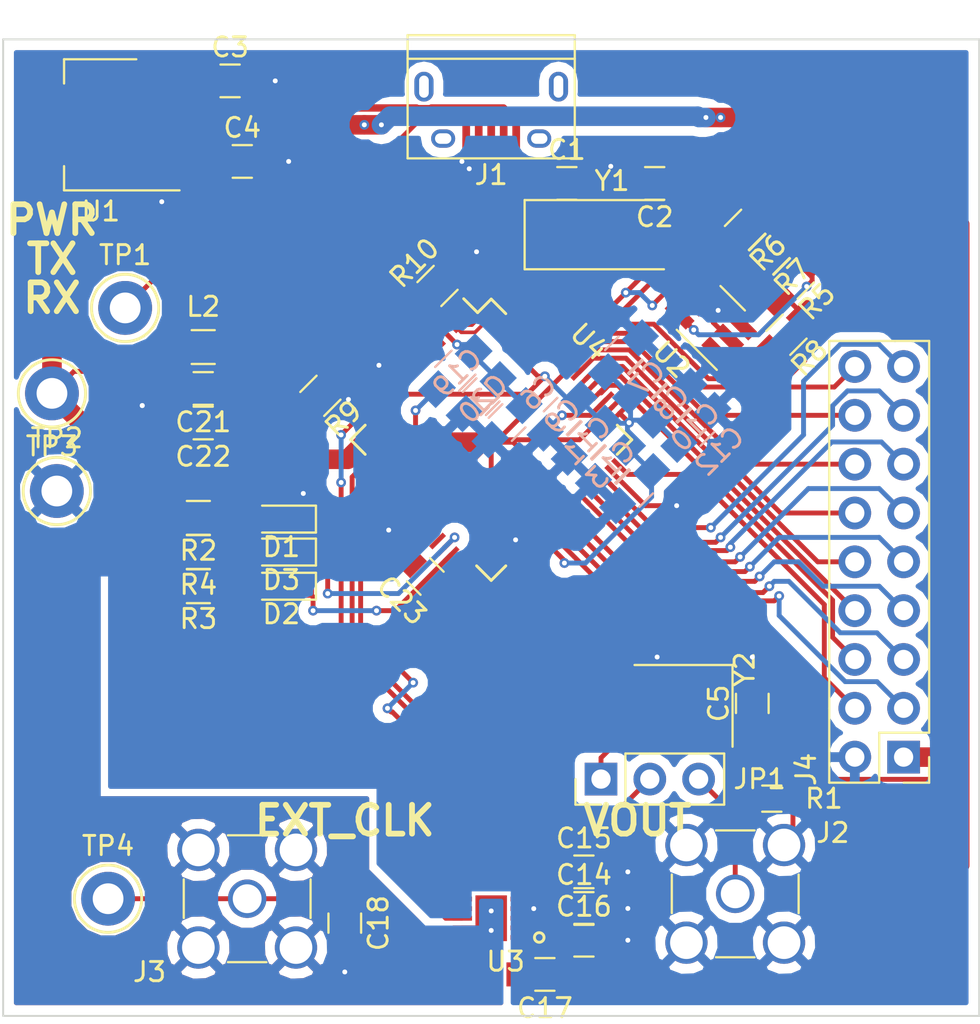
<source format=kicad_pcb>
(kicad_pcb (version 4) (host pcbnew 4.0.6)
  (layers (0 F.Cu signal) (31 B.Cu signal) (34 B.Paste user) (35 F.Paste user) (36 B.SilkS user) (37 F.SilkS user hide) (38 B.Mask user hide) (39 F.Mask user) (44 Edge.Cuts user))
  (net 0 "")
  (net 1 "Net-(C3-Pad1)")
  (net 2 GNDA)
  (net 3 +3V3)
  (net 4 "Net-(C10-Pad1)")
  (net 5 "Net-(C14-Pad1)")
  (net 6 "Net-(C17-Pad2)")
  (net 7 "Net-(C18-Pad1)")
  (net 8 FTVPHY)
  (net 9 FTVPLL)
  (net 10 "Net-(D1-Pad2)")
  (net 11 "Net-(D2-Pad2)")
  (net 12 FTTXLED)
  (net 13 "Net-(D3-Pad2)")
  (net 14 FTRXLED)
  (net 15 USB_D-)
  (net 16 USB_D+)
  (net 17 "Net-(J2-Pad1)")
  (net 18 "Net-(J4-Pad3)")
  (net 19 "Net-(J4-Pad4)")
  (net 20 "Net-(J4-Pad5)")
  (net 21 "Net-(J4-Pad6)")
  (net 22 "Net-(J4-Pad7)")
  (net 23 "Net-(J4-Pad8)")
  (net 24 "Net-(J4-Pad9)")
  (net 25 "Net-(J4-Pad10)")
  (net 26 "Net-(J4-Pad11)")
  (net 27 "Net-(J4-Pad12)")
  (net 28 "Net-(J4-Pad13)")
  (net 29 "Net-(J4-Pad14)")
  (net 30 "Net-(J4-Pad15)")
  (net 31 "Net-(J4-Pad16)")
  (net 32 "Net-(J4-Pad17)")
  (net 33 "Net-(J4-Pad18)")
  (net 34 "Net-(JP1-Pad1)")
  (net 35 DAC_CLK)
  (net 36 EEDATA)
  (net 37 EECS)
  (net 38 EECLK)
  (net 39 "Net-(R8-Pad2)")
  (net 40 "Net-(R9-Pad1)")
  (net 41 "Net-(R10-Pad1)")
  (net 42 FTOSC-)
  (net 43 FTOSC+)
  (net 44 /SDATA)
  (net 45 /SCK)
  (net 46 /~FSYNC)
  (net 47 "Net-(U4-Pad18)")
  (net 48 "Net-(U4-Pad21)")
  (net 49 "Net-(U4-Pad22)")
  (net 50 "Net-(U4-Pad23)")
  (net 51 "Net-(U4-Pad24)")
  (net 52 "Net-(U4-Pad26)")
  (net 53 "Net-(U4-Pad27)")
  (net 54 "Net-(U4-Pad28)")
  (net 55 "Net-(U4-Pad32)")
  (net 56 "Net-(U4-Pad33)")
  (net 57 "Net-(U4-Pad34)")
  (net 58 "Net-(U4-Pad36)")
  (net 59 "Net-(U4-Pad60)")
  (net 60 "Net-(Y2-Pad1)")
  (module Capacitors_SMD:C_0805_HandSoldering (layer F.Cu) (at 52.197 25.273)
    (fp_text reference C1 (at 0 -1.75) (layer F.SilkS))
    (fp_text value 27p)
    (pad 1 smd rect (at -1.25 0) (size 1.5 1.25) (layers F.Cu F.Paste F.Mask) (net 42 FTOSC-))
    (pad 2 smd rect (at 1.25 0) (size 1.5 1.25) (layers F.Cu F.Paste F.Mask) (net 2 GNDA))
  )
  (module Capacitors_SMD:C_0805_HandSoldering (layer F.Cu) (at 56.769 25.273 180)
    (fp_text reference C2 (at 0 -1.75 180) (layer F.SilkS))
    (fp_text value 27p)
    (pad 1 smd rect (at -1.25 0 180) (size 1.5 1.25) (layers F.Cu F.Paste F.Mask) (net 43 FTOSC+))
    (pad 2 smd rect (at 1.25 0 180) (size 1.5 1.25) (layers F.Cu F.Paste F.Mask) (net 2 GNDA))
  )
  (module Capacitors_SMD:C_0805_HandSoldering (layer F.Cu) (at 34.671 19.939)
    (fp_text reference C3 (at 0 -1.75) (layer F.SilkS))
    (fp_text value 100n)
    (pad 1 smd rect (at -1.25 0) (size 1.5 1.25) (layers F.Cu F.Paste F.Mask) (net 1 "Net-(C3-Pad1)"))
    (pad 2 smd rect (at 1.25 0) (size 1.5 1.25) (layers F.Cu F.Paste F.Mask) (net 2 GNDA))
  )
  (module Capacitors_SMD:C_0805_HandSoldering (layer F.Cu) (at 35.306 24.13)
    (fp_text reference C4 (at 0 -1.75) (layer F.SilkS))
    (fp_text value 10u)
    (pad 1 smd rect (at -1.25 0) (size 1.5 1.25) (layers F.Cu F.Paste F.Mask) (net 3 +3V3))
    (pad 2 smd rect (at 1.25 0) (size 1.5 1.25) (layers F.Cu F.Paste F.Mask) (net 2 GNDA))
  )
  (module Capacitors_SMD:C_0805_HandSoldering (layer F.Cu) (at 61.849 52.324 90)
    (fp_text reference C5 (at 0 -1.75 90) (layer F.SilkS))
    (fp_text value 100n)
    (pad 1 smd rect (at -1.25 0 90) (size 1.5 1.25) (layers F.Cu F.Paste F.Mask) (net 3 +3V3))
    (pad 2 smd rect (at 1.25 0 90) (size 1.5 1.25) (layers F.Cu F.Paste F.Mask) (net 2 GNDA))
  )
  (module Capacitors_SMD:C_0805_HandSoldering (layer B.Cu) (at 51.952045 37.378286 225)
    (fp_text reference C6 (at 0 1.75 225) (layer B.SilkS) (effects (justify mirror)))
    (fp_text value 3.3u)
    (pad 1 smd rect (at -1.25 0 225) (size 1.5 1.25) (layers B.Cu B.Paste B.Mask) (net 4 "Net-(C10-Pad1)"))
    (pad 2 smd rect (at 1.25 0 225) (size 1.5 1.25) (layers B.Cu B.Paste B.Mask) (net 2 GNDA))
  )
  (module Capacitors_SMD:C_0805_HandSoldering (layer B.Cu) (at 55.140036 34.190295 45)
    (fp_text reference C7 (at 0 1.75 45) (layer B.SilkS) (effects (justify mirror)))
    (fp_text value 100n)
    (pad 1 smd rect (at -1.25 0 45) (size 1.5 1.25) (layers B.Cu B.Paste B.Mask) (net 4 "Net-(C10-Pad1)"))
    (pad 2 smd rect (at 1.25 0 45) (size 1.5 1.25) (layers B.Cu B.Paste B.Mask) (net 2 GNDA))
  )
  (module Capacitors_SMD:C_0805_HandSoldering (layer B.Cu) (at 56.397272 35.447531 45)
    (fp_text reference C8 (at 0 1.75 45) (layer B.SilkS) (effects (justify mirror)))
    (fp_text value 100n)
    (pad 1 smd rect (at -1.25 0 45) (size 1.5 1.25) (layers B.Cu B.Paste B.Mask) (net 4 "Net-(C10-Pad1)"))
    (pad 2 smd rect (at 1.25 0 45) (size 1.5 1.25) (layers B.Cu B.Paste B.Mask) (net 2 GNDA))
  )
  (module Capacitors_SMD:C_0805_HandSoldering (layer B.Cu) (at 53.209281 38.635522 225)
    (fp_text reference C9 (at 0 1.75 225) (layer B.SilkS) (effects (justify mirror)))
    (fp_text value 100n)
    (pad 1 smd rect (at -1.25 0 225) (size 1.5 1.25) (layers B.Cu B.Paste B.Mask) (net 4 "Net-(C10-Pad1)"))
    (pad 2 smd rect (at 1.25 0 225) (size 1.5 1.25) (layers B.Cu B.Paste B.Mask) (net 2 GNDA))
  )
  (module Capacitors_SMD:C_0805_HandSoldering (layer B.Cu) (at 57.654508 36.704767 45)
    (fp_text reference C10 (at 0 1.75 45) (layer B.SilkS) (effects (justify mirror)))
    (fp_text value 100n)
    (pad 1 smd rect (at -1.25 0 45) (size 1.5 1.25) (layers B.Cu B.Paste B.Mask) (net 4 "Net-(C10-Pad1)"))
    (pad 2 smd rect (at 1.25 0 45) (size 1.5 1.25) (layers B.Cu B.Paste B.Mask) (net 2 GNDA))
  )
  (module Capacitors_SMD:C_0805_HandSoldering (layer B.Cu) (at 54.466517 39.892758 225)
    (fp_text reference C11 (at 0 1.75 225) (layer B.SilkS) (effects (justify mirror)))
    (fp_text value 100n)
    (pad 1 smd rect (at -1.25 0 225) (size 1.5 1.25) (layers B.Cu B.Paste B.Mask) (net 4 "Net-(C10-Pad1)"))
    (pad 2 smd rect (at 1.25 0 225) (size 1.5 1.25) (layers B.Cu B.Paste B.Mask) (net 2 GNDA))
  )
  (module Capacitors_SMD:C_0805_HandSoldering (layer B.Cu) (at 58.911744 37.962003 45)
    (fp_text reference C12 (at 0 1.75 45) (layer B.SilkS) (effects (justify mirror)))
    (fp_text value 100n)
    (pad 1 smd rect (at -1.25 0 45) (size 1.5 1.25) (layers B.Cu B.Paste B.Mask) (net 4 "Net-(C10-Pad1)"))
    (pad 2 smd rect (at 1.25 0 45) (size 1.5 1.25) (layers B.Cu B.Paste B.Mask) (net 2 GNDA))
  )
  (module Capacitors_SMD:C_0805_HandSoldering (layer B.Cu) (at 55.723753 41.149994 225)
    (fp_text reference C13 (at 0 1.75 225) (layer B.SilkS) (effects (justify mirror)))
    (fp_text value 100n)
    (pad 1 smd rect (at -1.25 0 225) (size 1.5 1.25) (layers B.Cu B.Paste B.Mask) (net 4 "Net-(C10-Pad1)"))
    (pad 2 smd rect (at 1.25 0 225) (size 1.5 1.25) (layers B.Cu B.Paste B.Mask) (net 2 GNDA))
  )
  (module Capacitors_SMD:C_0805_HandSoldering (layer F.Cu) (at 53.086 62.992)
    (fp_text reference C14 (at 0 -1.75) (layer F.SilkS))
    (fp_text value 100n)
    (pad 1 smd rect (at -1.25 0) (size 1.5 1.25) (layers F.Cu F.Paste F.Mask) (net 5 "Net-(C14-Pad1)"))
    (pad 2 smd rect (at 1.25 0) (size 1.5 1.25) (layers F.Cu F.Paste F.Mask) (net 2 GNDA))
  )
  (module Capacitors_SMD:C_0805_HandSoldering (layer F.Cu) (at 53.086 61.087)
    (fp_text reference C15 (at 0 -1.75) (layer F.SilkS))
    (fp_text value 10u)
    (pad 1 smd rect (at -1.25 0) (size 1.5 1.25) (layers F.Cu F.Paste F.Mask) (net 5 "Net-(C14-Pad1)"))
    (pad 2 smd rect (at 1.25 0) (size 1.5 1.25) (layers F.Cu F.Paste F.Mask) (net 2 GNDA))
  )
  (module Capacitors_SMD:C_0805_HandSoldering (layer F.Cu) (at 53.086 64.643)
    (fp_text reference C16 (at 0 -1.75) (layer F.SilkS))
    (fp_text value 100n)
    (pad 1 smd rect (at -1.25 0) (size 1.5 1.25) (layers F.Cu F.Paste F.Mask) (net 3 +3V3))
    (pad 2 smd rect (at 1.25 0) (size 1.5 1.25) (layers F.Cu F.Paste F.Mask) (net 2 GNDA))
  )
  (module Capacitors_SMD:C_0805_HandSoldering (layer F.Cu) (at 51.054 66.421 180)
    (fp_text reference C17 (at 0 -1.75 180) (layer F.SilkS))
    (fp_text value 10n)
    (pad 1 smd rect (at -1.25 0 180) (size 1.5 1.25) (layers F.Cu F.Paste F.Mask) (net 3 +3V3))
    (pad 2 smd rect (at 1.25 0 180) (size 1.5 1.25) (layers F.Cu F.Paste F.Mask) (net 6 "Net-(C17-Pad2)"))
  )
  (module Capacitors_SMD:C_0805_HandSoldering (layer F.Cu) (at 40.64 63.754 270)
    (fp_text reference C18 (at 0 -1.75 270) (layer F.SilkS))
    (fp_text value 100n)
    (pad 1 smd rect (at -1.25 0 270) (size 1.5 1.25) (layers F.Cu F.Paste F.Mask) (net 7 "Net-(C18-Pad1)"))
    (pad 2 smd rect (at 1.25 0 270) (size 1.5 1.25) (layers F.Cu F.Paste F.Mask) (net 2 GNDA))
  )
  (module Capacitors_SMD:C_0805_HandSoldering (layer B.Cu) (at 47.739151 36.367205 225)
    (fp_text reference C19 (at 0 1.75 225) (layer B.SilkS) (effects (justify mirror)))
    (fp_text value 4.7u)
    (pad 1 smd rect (at -1.25 0 225) (size 1.5 1.25) (layers B.Cu B.Paste B.Mask) (net 8 FTVPHY))
    (pad 2 smd rect (at 1.25 0 225) (size 1.5 1.25) (layers B.Cu B.Paste B.Mask) (net 2 GNDA))
  )
  (module Capacitors_SMD:C_0805_HandSoldering (layer B.Cu) (at 49.08619 37.714243 225)
    (fp_text reference C20 (at 0 1.75 225) (layer B.SilkS) (effects (justify mirror)))
    (fp_text value 100n)
    (pad 1 smd rect (at -1.25 0 225) (size 1.5 1.25) (layers B.Cu B.Paste B.Mask) (net 8 FTVPHY))
    (pad 2 smd rect (at 1.25 0 225) (size 1.5 1.25) (layers B.Cu B.Paste B.Mask) (net 2 GNDA))
  )
  (module Capacitors_SMD:C_0805_HandSoldering (layer F.Cu) (at 33.272028 35.940183 180)
    (fp_text reference C21 (at 0 -1.75 180) (layer F.SilkS))
    (fp_text value 4.7u)
    (pad 1 smd rect (at -1.25 0 180) (size 1.5 1.25) (layers F.Cu F.Paste F.Mask) (net 9 FTVPLL))
    (pad 2 smd rect (at 1.25 0 180) (size 1.5 1.25) (layers F.Cu F.Paste F.Mask) (net 2 GNDA))
  )
  (module Capacitors_SMD:C_0805_HandSoldering (layer F.Cu) (at 33.272028 37.736234 180)
    (fp_text reference C22 (at 0 -1.75 180) (layer F.SilkS))
    (fp_text value 100n)
    (pad 1 smd rect (at -1.25 0 180) (size 1.5 1.25) (layers F.Cu F.Paste F.Mask) (net 9 FTVPLL))
    (pad 2 smd rect (at 1.25 0 180) (size 1.5 1.25) (layers F.Cu F.Paste F.Mask) (net 2 GNDA))
  )
  (module Capacitors_SMD:C_0805_HandSoldering (layer F.Cu) (at 44.831 45.72 135)
    (fp_text reference C23 (at 0 -1.75 135) (layer F.SilkS))
    (fp_text value 100n)
    (pad 1 smd rect (at -1.25 0 135) (size 1.5 1.25) (layers F.Cu F.Paste F.Mask) (net 3 +3V3))
    (pad 2 smd rect (at 1.25 0 135) (size 1.5 1.25) (layers F.Cu F.Paste F.Mask) (net 2 GNDA))
  )
  (module LEDs:LED_0805 (layer F.Cu) (at 37.338 42.7355 180)
    (fp_text reference D1 (at 0 -1.45 180) (layer F.SilkS))
    (fp_text value LED_Small)
    (pad 2 smd rect (at 1.1 0) (size 1.2 1.2) (layers F.Cu F.Paste F.Mask) (net 10 "Net-(D1-Pad2)"))
    (pad 1 smd rect (at -1.1 0) (size 1.2 1.2) (layers F.Cu F.Paste F.Mask) (net 2 GNDA))
  )
  (module LEDs:LED_0805 (layer F.Cu) (at 37.338 46.228 180)
    (fp_text reference D2 (at 0 -1.45 180) (layer F.SilkS))
    (fp_text value LED_Small)
    (pad 2 smd rect (at 1.1 0) (size 1.2 1.2) (layers F.Cu F.Paste F.Mask) (net 11 "Net-(D2-Pad2)"))
    (pad 1 smd rect (at -1.1 0) (size 1.2 1.2) (layers F.Cu F.Paste F.Mask) (net 12 FTTXLED))
  )
  (module LEDs:LED_0805 (layer F.Cu) (at 37.338 44.45 180)
    (fp_text reference D3 (at 0 -1.45 180) (layer F.SilkS))
    (fp_text value LED_Small)
    (pad 2 smd rect (at 1.1 0) (size 1.2 1.2) (layers F.Cu F.Paste F.Mask) (net 13 "Net-(D3-Pad2)"))
    (pad 1 smd rect (at -1.1 0) (size 1.2 1.2) (layers F.Cu F.Paste F.Mask) (net 14 FTRXLED))
  )
  (module Connectors:USB_Micro-B (layer F.Cu) (at 48.26 21.59 180)
    (fp_text reference J1 (at 0 -3.24 180) (layer F.SilkS))
    (fp_text value USB_B)
    (pad 1 smd rect (at -1.3 -1.35 270) (size 1.35 0.4) (layers F.Cu F.Paste F.Mask) (net 1 "Net-(C3-Pad1)"))
    (pad 2 smd rect (at -0.65 -1.35 270) (size 1.35 0.4) (layers F.Cu F.Paste F.Mask) (net 15 USB_D-))
    (pad 3 smd rect (at 0 -1.35 270) (size 1.35 0.4) (layers F.Cu F.Paste F.Mask) (net 16 USB_D+))
    (pad 4 smd rect (at 0.65 -1.35 270) (size 1.35 0.4) (layers F.Cu F.Paste F.Mask) (net 2 GNDA))
    (pad 5 smd rect (at 1.3 -1.35 270) (size 1.35 0.4) (layers F.Cu F.Paste F.Mask) (net 2 GNDA))
    (pad 6 thru_hole oval (at -2.5 -1.35 270) (size 0.95 1.25) (drill oval 0.55 0.85) (layers *.Cu *.Mask))
    (pad 6 thru_hole oval (at 2.5 -1.35 270) (size 0.95 1.25) (drill oval 0.55 0.85) (layers *.Cu *.Mask))
    (pad 6 thru_hole oval (at -3.5 1.35 270) (size 1.55 1) (drill oval 1.15 0.5) (layers *.Cu *.Mask))
    (pad 6 thru_hole oval (at 3.5 1.35 270) (size 1.55 1) (drill oval 1.15 0.5) (layers *.Cu *.Mask))
  )
  (module Connectors:SMA_THT_Jack_Straight (layer F.Cu) (at 60.96 62.23)
    (fp_text reference J2 (at 5.08 -3.175) (layer F.SilkS))
    (fp_text value EXT_CLK)
    (pad 2 thru_hole circle (at -2.54 2.54) (size 2.2 2.2) (drill 1.7) (layers *.Cu *.Mask) (net 2 GNDA))
    (pad 2 thru_hole circle (at -2.54 -2.54) (size 2.2 2.2) (drill 1.7) (layers *.Cu *.Mask) (net 2 GNDA))
    (pad 2 thru_hole circle (at 2.54 -2.54) (size 2.2 2.2) (drill 1.7) (layers *.Cu *.Mask) (net 2 GNDA))
    (pad 2 thru_hole circle (at 2.54 2.54) (size 2.2 2.2) (drill 1.7) (layers *.Cu *.Mask) (net 2 GNDA))
    (pad 1 thru_hole circle (at 0 0) (size 2 2) (drill 1.5) (layers *.Cu *.Mask) (net 17 "Net-(J2-Pad1)"))
  )
  (module Connectors:SMA_THT_Jack_Straight (layer F.Cu) (at 35.56 62.484)
    (fp_text reference J3 (at -5.08 3.81) (layer F.SilkS))
    (fp_text value VOUT)
    (pad 2 thru_hole circle (at -2.54 2.54) (size 2.2 2.2) (drill 1.7) (layers *.Cu *.Mask) (net 2 GNDA))
    (pad 2 thru_hole circle (at -2.54 -2.54) (size 2.2 2.2) (drill 1.7) (layers *.Cu *.Mask) (net 2 GNDA))
    (pad 2 thru_hole circle (at 2.54 -2.54) (size 2.2 2.2) (drill 1.7) (layers *.Cu *.Mask) (net 2 GNDA))
    (pad 2 thru_hole circle (at 2.54 2.54) (size 2.2 2.2) (drill 1.7) (layers *.Cu *.Mask) (net 2 GNDA))
    (pad 1 thru_hole circle (at 0 0) (size 2 2) (drill 1.5) (layers *.Cu *.Mask) (net 7 "Net-(C18-Pad1)"))
  )
  (module Pin_Headers:Pin_Header_Straight_2x09_Pitch2.54mm (layer F.Cu) (at 69.723 55.118 180)
    (fp_text reference J4 (at 5.08 -0.635 270) (layer F.SilkS))
    (fp_text value CONN_02X09)
    (pad 1 thru_hole rect (at 0 0 180) (size 1.7 1.7) (drill 1) (layers *.Cu *.Mask) (net 3 +3V3))
    (pad 2 thru_hole oval (at 2.54 0 180) (size 1.7 1.7) (drill 1) (layers *.Cu *.Mask) (net 2 GNDA))
    (pad 3 thru_hole oval (at 0 2.54 180) (size 1.7 1.7) (drill 1) (layers *.Cu *.Mask) (net 18 "Net-(J4-Pad3)"))
    (pad 4 thru_hole oval (at 2.54 2.54 180) (size 1.7 1.7) (drill 1) (layers *.Cu *.Mask) (net 19 "Net-(J4-Pad4)"))
    (pad 5 thru_hole oval (at 0 5.08 180) (size 1.7 1.7) (drill 1) (layers *.Cu *.Mask) (net 20 "Net-(J4-Pad5)"))
    (pad 6 thru_hole oval (at 2.54 5.08 180) (size 1.7 1.7) (drill 1) (layers *.Cu *.Mask) (net 21 "Net-(J4-Pad6)"))
    (pad 7 thru_hole oval (at 0 7.62 180) (size 1.7 1.7) (drill 1) (layers *.Cu *.Mask) (net 22 "Net-(J4-Pad7)"))
    (pad 8 thru_hole oval (at 2.54 7.62 180) (size 1.7 1.7) (drill 1) (layers *.Cu *.Mask) (net 23 "Net-(J4-Pad8)"))
    (pad 9 thru_hole oval (at 0 10.16 180) (size 1.7 1.7) (drill 1) (layers *.Cu *.Mask) (net 24 "Net-(J4-Pad9)"))
    (pad 10 thru_hole oval (at 2.54 10.16 180) (size 1.7 1.7) (drill 1) (layers *.Cu *.Mask) (net 25 "Net-(J4-Pad10)"))
    (pad 11 thru_hole oval (at 0 12.7 180) (size 1.7 1.7) (drill 1) (layers *.Cu *.Mask) (net 26 "Net-(J4-Pad11)"))
    (pad 12 thru_hole oval (at 2.54 12.7 180) (size 1.7 1.7) (drill 1) (layers *.Cu *.Mask) (net 27 "Net-(J4-Pad12)"))
    (pad 13 thru_hole oval (at 0 15.24 180) (size 1.7 1.7) (drill 1) (layers *.Cu *.Mask) (net 28 "Net-(J4-Pad13)"))
    (pad 14 thru_hole oval (at 2.54 15.24 180) (size 1.7 1.7) (drill 1) (layers *.Cu *.Mask) (net 29 "Net-(J4-Pad14)"))
    (pad 15 thru_hole oval (at 0 17.78 180) (size 1.7 1.7) (drill 1) (layers *.Cu *.Mask) (net 30 "Net-(J4-Pad15)"))
    (pad 16 thru_hole oval (at 2.54 17.78 180) (size 1.7 1.7) (drill 1) (layers *.Cu *.Mask) (net 31 "Net-(J4-Pad16)"))
    (pad 17 thru_hole oval (at 0 20.32 180) (size 1.7 1.7) (drill 1) (layers *.Cu *.Mask) (net 32 "Net-(J4-Pad17)"))
    (pad 18 thru_hole oval (at 2.54 20.32 180) (size 1.7 1.7) (drill 1) (layers *.Cu *.Mask) (net 33 "Net-(J4-Pad18)"))
  )
  (module Pin_Headers:Pin_Header_Straight_1x03_Pitch2.54mm (layer F.Cu) (at 53.975 56.261 90)
    (fp_text reference JP1 (at 0 8.255 180) (layer F.SilkS))
    (fp_text value CLK_SELECT)
    (pad 1 thru_hole rect (at 0 0 90) (size 1.7 1.7) (drill 1) (layers *.Cu *.Mask) (net 34 "Net-(JP1-Pad1)"))
    (pad 2 thru_hole oval (at 0 2.54 90) (size 1.7 1.7) (drill 1) (layers *.Cu *.Mask) (net 35 DAC_CLK))
    (pad 3 thru_hole oval (at 0 5.08 90) (size 1.7 1.7) (drill 1) (layers *.Cu *.Mask) (net 17 "Net-(J2-Pad1)"))
  )
  (module Inductors_SMD:L_0805_HandSoldering (layer B.Cu) (at 46.392113 35.020167 45)
    (fp_text reference L1 (at 0 2.1 45) (layer B.SilkS) (effects (justify mirror)))
    (fp_text value 800m)
    (pad 1 smd rect (at -1.35 0 45) (size 1.5 1.3) (layers B.Cu B.Paste B.Mask) (net 3 +3V3))
    (pad 2 smd rect (at 1.35 0 45) (size 1.5 1.3) (layers B.Cu B.Paste B.Mask) (net 8 FTVPHY))
  )
  (module Inductors_SMD:L_0805_HandSoldering (layer F.Cu) (at 33.272028 33.784922)
    (fp_text reference L2 (at 0 -2.1) (layer F.SilkS))
    (fp_text value 800m)
    (pad 1 smd rect (at -1.35 0) (size 1.5 1.3) (layers F.Cu F.Paste F.Mask) (net 3 +3V3))
    (pad 2 smd rect (at 1.35 0) (size 1.5 1.3) (layers F.Cu F.Paste F.Mask) (net 9 FTVPLL))
  )
  (module Resistors_SMD:R_0603_HandSoldering (layer F.Cu) (at 62.865 57.277)
    (fp_text reference R1 (at 2.71 0) (layer F.SilkS))
    (fp_text value 50)
    (pad 1 smd rect (at -1.1 0) (size 1.2 0.9) (layers F.Cu F.Paste F.Mask) (net 17 "Net-(J2-Pad1)"))
    (pad 2 smd rect (at 1.1 0) (size 1.2 0.9) (layers F.Cu F.Paste F.Mask) (net 2 GNDA))
  )
  (module Resistors_SMD:R_0805_HandSoldering (layer F.Cu) (at 33.02 42.672 180)
    (fp_text reference R2 (at 0 -1.7 180) (layer F.SilkS))
    (fp_text value 470)
    (pad 1 smd rect (at -1.35 0 180) (size 1.5 1.3) (layers F.Cu F.Paste F.Mask) (net 10 "Net-(D1-Pad2)"))
    (pad 2 smd rect (at 1.35 0 180) (size 1.5 1.3) (layers F.Cu F.Paste F.Mask) (net 3 +3V3))
  )
  (module Resistors_SMD:R_0805_HandSoldering (layer F.Cu) (at 33.02 46.228 180)
    (fp_text reference R3 (at 0 -1.7 180) (layer F.SilkS))
    (fp_text value 470)
    (pad 1 smd rect (at -1.35 0 180) (size 1.5 1.3) (layers F.Cu F.Paste F.Mask) (net 11 "Net-(D2-Pad2)"))
    (pad 2 smd rect (at 1.35 0 180) (size 1.5 1.3) (layers F.Cu F.Paste F.Mask) (net 3 +3V3))
  )
  (module Resistors_SMD:R_0805_HandSoldering (layer F.Cu) (at 33.02 44.45 180)
    (fp_text reference R4 (at 0 -1.7 180) (layer F.SilkS))
    (fp_text value 470)
    (pad 1 smd rect (at -1.35 0 180) (size 1.5 1.3) (layers F.Cu F.Paste F.Mask) (net 13 "Net-(D3-Pad2)"))
    (pad 2 smd rect (at 1.35 0 180) (size 1.5 1.3) (layers F.Cu F.Paste F.Mask) (net 3 +3V3))
  )
  (module Resistors_SMD:R_0805_HandSoldering (layer F.Cu) (at 64.008 30.226 225)
    (fp_text reference R5 (at 0 -1.7 225) (layer F.SilkS))
    (fp_text value 10k)
    (pad 1 smd rect (at -1.35 0 225) (size 1.5 1.3) (layers F.Cu F.Paste F.Mask) (net 3 +3V3))
    (pad 2 smd rect (at 1.35 0 225) (size 1.5 1.3) (layers F.Cu F.Paste F.Mask) (net 36 EEDATA))
  )
  (module Resistors_SMD:R_0805_HandSoldering (layer F.Cu) (at 61.468 27.686 225)
    (fp_text reference R6 (at 0 -1.7 225) (layer F.SilkS))
    (fp_text value 10k)
    (pad 1 smd rect (at -1.35 0 225) (size 1.5 1.3) (layers F.Cu F.Paste F.Mask) (net 3 +3V3))
    (pad 2 smd rect (at 1.35 0 225) (size 1.5 1.3) (layers F.Cu F.Paste F.Mask) (net 37 EECS))
  )
  (module Resistors_SMD:R_0805_HandSoldering (layer F.Cu) (at 62.738 28.956 225)
    (fp_text reference R7 (at 0 -1.7 225) (layer F.SilkS))
    (fp_text value 10k)
    (pad 1 smd rect (at -1.35 0 225) (size 1.5 1.3) (layers F.Cu F.Paste F.Mask) (net 3 +3V3))
    (pad 2 smd rect (at 1.35 0 225) (size 1.5 1.3) (layers F.Cu F.Paste F.Mask) (net 38 EECLK))
  )
  (module Resistors_SMD:R_0805_HandSoldering (layer F.Cu) (at 63.627 33.147 225)
    (fp_text reference R8 (at 0 -1.7 225) (layer F.SilkS))
    (fp_text value 2.2k)
    (pad 1 smd rect (at -1.35 0 225) (size 1.5 1.3) (layers F.Cu F.Paste F.Mask) (net 36 EEDATA))
    (pad 2 smd rect (at 1.35 0 225) (size 1.5 1.3) (layers F.Cu F.Paste F.Mask) (net 39 "Net-(R8-Pad2)"))
  )
  (module Resistors_SMD:R_0805_HandSoldering (layer F.Cu) (at 39.37 36.322 225)
    (fp_text reference R9 (at 0 -1.7 225) (layer F.SilkS))
    (fp_text value 1k)
    (pad 1 smd rect (at -1.35 0 225) (size 1.5 1.3) (layers F.Cu F.Paste F.Mask) (net 40 "Net-(R9-Pad1)"))
    (pad 2 smd rect (at 1.35 0 225) (size 1.5 1.3) (layers F.Cu F.Paste F.Mask) (net 3 +3V3))
  )
  (module Resistors_SMD:R_0805_HandSoldering (layer F.Cu) (at 45.466 30.607 45)
    (fp_text reference R10 (at 0 -1.7 45) (layer F.SilkS))
    (fp_text value 12k)
    (pad 1 smd rect (at -1.35 0 45) (size 1.5 1.3) (layers F.Cu F.Paste F.Mask) (net 41 "Net-(R10-Pad1)"))
    (pad 2 smd rect (at 1.35 0 45) (size 1.5 1.3) (layers F.Cu F.Paste F.Mask) (net 2 GNDA))
  )
  (module WG:SOT-223 (layer F.Cu) (at 27.94 22.225 180)
    (fp_text reference U1 (at 0 -4.5 180) (layer F.SilkS))
    (fp_text value LD1117S33TR)
    (pad 4 smd rect (at 3.15 0 180) (size 2 3.8) (layers F.Cu F.Paste F.Mask))
    (pad 2 smd rect (at -3.15 0 180) (size 2 1.5) (layers F.Cu F.Paste F.Mask) (net 3 +3V3))
    (pad 3 smd rect (at -3.15 2.3 180) (size 2 1.5) (layers F.Cu F.Paste F.Mask) (net 1 "Net-(C3-Pad1)"))
    (pad 1 smd rect (at -3.15 -2.3 180) (size 2 1.5) (layers F.Cu F.Paste F.Mask) (net 2 GNDA))
  )
  (module TO_SOT_Packages_SMD:SOT-23-6_Handsoldering (layer F.Cu) (at 59.69 32.385 135)
    (fp_text reference U2 (at 0 -2.9 135) (layer F.SilkS))
    (fp_text value 93LC46BT)
    (pad 1 smd rect (at -1.35 -0.95 135) (size 1.56 0.65) (layers F.Cu F.Paste F.Mask) (net 39 "Net-(R8-Pad2)"))
    (pad 2 smd rect (at -1.35 0 135) (size 1.56 0.65) (layers F.Cu F.Paste F.Mask) (net 2 GNDA))
    (pad 3 smd rect (at -1.35 0.95 135) (size 1.56 0.65) (layers F.Cu F.Paste F.Mask) (net 36 EEDATA))
    (pad 4 smd rect (at 1.35 0.95 135) (size 1.56 0.65) (layers F.Cu F.Paste F.Mask) (net 38 EECLK))
    (pad 6 smd rect (at 1.35 -0.95 135) (size 1.56 0.65) (layers F.Cu F.Paste F.Mask) (net 3 +3V3))
    (pad 5 smd rect (at 1.35 0 135) (size 1.56 0.65) (layers F.Cu F.Paste F.Mask) (net 37 EECS))
  )
  (module WG:AD9837 (layer F.Cu) (at 48.26 63.5 180)
    (fp_text reference U3 (at -0.75 -2.25 180) (layer F.SilkS))
    (fp_text value AD9837)
    (pad 11 smd rect (at 0 0 180) (size 1.64 2.38) (layers F.Cu F.Paste F.Mask) (net 2 GNDA))
    (pad 1 smd rect (at -1.5 -1 180) (size 1 0.25) (layers F.Cu F.Paste F.Mask) (net 6 "Net-(C17-Pad2)"))
    (pad 2 smd rect (at -1.5 -0.5 180) (size 1 0.25) (layers F.Cu F.Paste F.Mask) (net 3 +3V3))
    (pad 3 smd rect (at -1.5 0 180) (size 1 0.25) (layers F.Cu F.Paste F.Mask) (net 5 "Net-(C14-Pad1)"))
    (pad 4 smd rect (at -1.5 0.5 180) (size 1 0.25) (layers F.Cu F.Paste F.Mask) (net 2 GNDA))
    (pad 5 smd rect (at -1.5 1 180) (size 1 0.25) (layers F.Cu F.Paste F.Mask) (net 35 DAC_CLK))
    (pad 6 smd rect (at 1.5 1 180) (size 1 0.25) (layers F.Cu F.Paste F.Mask) (net 44 /SDATA))
    (pad 7 smd rect (at 1.5 0.5 180) (size 1 0.25) (layers F.Cu F.Paste F.Mask) (net 45 /SCK))
    (pad 8 smd rect (at 1.5 0 180) (size 1 0.25) (layers F.Cu F.Paste F.Mask) (net 46 /~FSYNC))
    (pad 9 smd rect (at 1.5 -0.5 180) (size 1 0.25) (layers F.Cu F.Paste F.Mask) (net 2 GNDA))
    (pad 10 smd rect (at 1.5 -1 180) (size 1 0.25) (layers F.Cu F.Paste F.Mask) (net 7 "Net-(C18-Pad1)"))
  )
  (module Housings_QFP:LQFP-64_10x10mm_Pitch0.5mm (layer F.Cu) (at 48.26 38.608 315)
    (fp_text reference U4 (at 0 -7.2 315) (layer F.SilkS))
    (fp_text value FT2232H)
    (pad 1 smd rect (at -5.7 -3.75 315) (size 1 0.25) (layers F.Cu F.Paste F.Mask) (net 2 GNDA))
    (pad 2 smd rect (at -5.7 -3.25 315) (size 1 0.25) (layers F.Cu F.Paste F.Mask) (net 42 FTOSC-))
    (pad 3 smd rect (at -5.7 -2.75 315) (size 1 0.25) (layers F.Cu F.Paste F.Mask) (net 43 FTOSC+))
    (pad 4 smd rect (at -5.7 -2.25 315) (size 1 0.25) (layers F.Cu F.Paste F.Mask) (net 8 FTVPHY))
    (pad 5 smd rect (at -5.7 -1.75 315) (size 1 0.25) (layers F.Cu F.Paste F.Mask) (net 2 GNDA))
    (pad 6 smd rect (at -5.7 -1.25 315) (size 1 0.25) (layers F.Cu F.Paste F.Mask) (net 41 "Net-(R10-Pad1)"))
    (pad 7 smd rect (at -5.7 -0.75 315) (size 1 0.25) (layers F.Cu F.Paste F.Mask) (net 15 USB_D-))
    (pad 8 smd rect (at -5.7 -0.25 315) (size 1 0.25) (layers F.Cu F.Paste F.Mask) (net 16 USB_D+))
    (pad 9 smd rect (at -5.7 0.25 315) (size 1 0.25) (layers F.Cu F.Paste F.Mask) (net 9 FTVPLL))
    (pad 10 smd rect (at -5.7 0.75 315) (size 1 0.25) (layers F.Cu F.Paste F.Mask) (net 2 GNDA))
    (pad 11 smd rect (at -5.7 1.25 315) (size 1 0.25) (layers F.Cu F.Paste F.Mask) (net 2 GNDA))
    (pad 12 smd rect (at -5.7 1.75 315) (size 1 0.25) (layers F.Cu F.Paste F.Mask) (net 4 "Net-(C10-Pad1)"))
    (pad 13 smd rect (at -5.7 2.25 315) (size 1 0.25) (layers F.Cu F.Paste F.Mask) (net 2 GNDA))
    (pad 14 smd rect (at -5.7 2.75 315) (size 1 0.25) (layers F.Cu F.Paste F.Mask) (net 40 "Net-(R9-Pad1)"))
    (pad 15 smd rect (at -5.7 3.25 315) (size 1 0.25) (layers F.Cu F.Paste F.Mask) (net 2 GNDA))
    (pad 16 smd rect (at -5.7 3.75 315) (size 1 0.25) (layers F.Cu F.Paste F.Mask) (net 45 /SCK))
    (pad 17 smd rect (at -3.75 5.7 45) (size 1 0.25) (layers F.Cu F.Paste F.Mask) (net 44 /SDATA))
    (pad 18 smd rect (at -3.25 5.7 45) (size 1 0.25) (layers F.Cu F.Paste F.Mask) (net 47 "Net-(U4-Pad18)"))
    (pad 19 smd rect (at -2.75 5.7 45) (size 1 0.25) (layers F.Cu F.Paste F.Mask) (net 46 /~FSYNC))
    (pad 20 smd rect (at -2.25 5.7 45) (size 1 0.25) (layers F.Cu F.Paste F.Mask) (net 3 +3V3))
    (pad 21 smd rect (at -1.75 5.7 45) (size 1 0.25) (layers F.Cu F.Paste F.Mask) (net 48 "Net-(U4-Pad21)"))
    (pad 22 smd rect (at -1.25 5.7 45) (size 1 0.25) (layers F.Cu F.Paste F.Mask) (net 49 "Net-(U4-Pad22)"))
    (pad 23 smd rect (at -0.75 5.7 45) (size 1 0.25) (layers F.Cu F.Paste F.Mask) (net 50 "Net-(U4-Pad23)"))
    (pad 24 smd rect (at -0.25 5.7 45) (size 1 0.25) (layers F.Cu F.Paste F.Mask) (net 51 "Net-(U4-Pad24)"))
    (pad 25 smd rect (at 0.25 5.7 45) (size 1 0.25) (layers F.Cu F.Paste F.Mask) (net 2 GNDA))
    (pad 26 smd rect (at 0.75 5.7 45) (size 1 0.25) (layers F.Cu F.Paste F.Mask) (net 52 "Net-(U4-Pad26)"))
    (pad 27 smd rect (at 1.25 5.7 45) (size 1 0.25) (layers F.Cu F.Paste F.Mask) (net 53 "Net-(U4-Pad27)"))
    (pad 28 smd rect (at 1.75 5.7 45) (size 1 0.25) (layers F.Cu F.Paste F.Mask) (net 54 "Net-(U4-Pad28)"))
    (pad 29 smd rect (at 2.25 5.7 45) (size 1 0.25) (layers F.Cu F.Paste F.Mask) (net 14 FTRXLED))
    (pad 30 smd rect (at 2.75 5.7 45) (size 1 0.25) (layers F.Cu F.Paste F.Mask) (net 12 FTTXLED))
    (pad 31 smd rect (at 3.25 5.7 45) (size 1 0.25) (layers F.Cu F.Paste F.Mask) (net 3 +3V3))
    (pad 32 smd rect (at 3.75 5.7 45) (size 1 0.25) (layers F.Cu F.Paste F.Mask) (net 55 "Net-(U4-Pad32)"))
    (pad 33 smd rect (at 5.7 3.75 315) (size 1 0.25) (layers F.Cu F.Paste F.Mask) (net 56 "Net-(U4-Pad33)"))
    (pad 34 smd rect (at 5.7 3.25 315) (size 1 0.25) (layers F.Cu F.Paste F.Mask) (net 57 "Net-(U4-Pad34)"))
    (pad 35 smd rect (at 5.7 2.75 315) (size 1 0.25) (layers F.Cu F.Paste F.Mask) (net 2 GNDA))
    (pad 36 smd rect (at 5.7 2.25 315) (size 1 0.25) (layers F.Cu F.Paste F.Mask) (net 58 "Net-(U4-Pad36)"))
    (pad 37 smd rect (at 5.7 1.75 315) (size 1 0.25) (layers F.Cu F.Paste F.Mask) (net 4 "Net-(C10-Pad1)"))
    (pad 38 smd rect (at 5.7 1.25 315) (size 1 0.25) (layers F.Cu F.Paste F.Mask) (net 18 "Net-(J4-Pad3)"))
    (pad 39 smd rect (at 5.7 0.75 315) (size 1 0.25) (layers F.Cu F.Paste F.Mask) (net 20 "Net-(J4-Pad5)"))
    (pad 40 smd rect (at 5.7 0.25 315) (size 1 0.25) (layers F.Cu F.Paste F.Mask) (net 22 "Net-(J4-Pad7)"))
    (pad 41 smd rect (at 5.7 -0.25 315) (size 1 0.25) (layers F.Cu F.Paste F.Mask) (net 24 "Net-(J4-Pad9)"))
    (pad 42 smd rect (at 5.7 -0.75 315) (size 1 0.25) (layers F.Cu F.Paste F.Mask) (net 3 +3V3))
    (pad 43 smd rect (at 5.7 -1.25 315) (size 1 0.25) (layers F.Cu F.Paste F.Mask) (net 26 "Net-(J4-Pad11)"))
    (pad 44 smd rect (at 5.7 -1.75 315) (size 1 0.25) (layers F.Cu F.Paste F.Mask) (net 28 "Net-(J4-Pad13)"))
    (pad 45 smd rect (at 5.7 -2.25 315) (size 1 0.25) (layers F.Cu F.Paste F.Mask) (net 30 "Net-(J4-Pad15)"))
    (pad 46 smd rect (at 5.7 -2.75 315) (size 1 0.25) (layers F.Cu F.Paste F.Mask) (net 32 "Net-(J4-Pad17)"))
    (pad 47 smd rect (at 5.7 -3.25 315) (size 1 0.25) (layers F.Cu F.Paste F.Mask) (net 2 GNDA))
    (pad 48 smd rect (at 5.7 -3.75 315) (size 1 0.25) (layers F.Cu F.Paste F.Mask) (net 19 "Net-(J4-Pad4)"))
    (pad 49 smd rect (at 3.75 -5.7 45) (size 1 0.25) (layers F.Cu F.Paste F.Mask) (net 4 "Net-(C10-Pad1)"))
    (pad 50 smd rect (at 3.25 -5.7 45) (size 1 0.25) (layers F.Cu F.Paste F.Mask) (net 3 +3V3))
    (pad 51 smd rect (at 2.75 -5.7 45) (size 1 0.25) (layers F.Cu F.Paste F.Mask) (net 2 GNDA))
    (pad 52 smd rect (at 2.25 -5.7 45) (size 1 0.25) (layers F.Cu F.Paste F.Mask) (net 21 "Net-(J4-Pad6)"))
    (pad 53 smd rect (at 1.75 -5.7 45) (size 1 0.25) (layers F.Cu F.Paste F.Mask) (net 23 "Net-(J4-Pad8)"))
    (pad 54 smd rect (at 1.25 -5.7 45) (size 1 0.25) (layers F.Cu F.Paste F.Mask) (net 25 "Net-(J4-Pad10)"))
    (pad 55 smd rect (at 0.75 -5.7 45) (size 1 0.25) (layers F.Cu F.Paste F.Mask) (net 27 "Net-(J4-Pad12)"))
    (pad 56 smd rect (at 0.25 -5.7 45) (size 1 0.25) (layers F.Cu F.Paste F.Mask) (net 3 +3V3))
    (pad 57 smd rect (at -0.25 -5.7 45) (size 1 0.25) (layers F.Cu F.Paste F.Mask) (net 29 "Net-(J4-Pad14)"))
    (pad 58 smd rect (at -0.75 -5.7 45) (size 1 0.25) (layers F.Cu F.Paste F.Mask) (net 31 "Net-(J4-Pad16)"))
    (pad 59 smd rect (at -1.25 -5.7 45) (size 1 0.25) (layers F.Cu F.Paste F.Mask) (net 33 "Net-(J4-Pad18)"))
    (pad 60 smd rect (at -1.75 -5.7 45) (size 1 0.25) (layers F.Cu F.Paste F.Mask) (net 59 "Net-(U4-Pad60)"))
    (pad 61 smd rect (at -2.25 -5.7 45) (size 1 0.25) (layers F.Cu F.Paste F.Mask) (net 36 EEDATA))
    (pad 62 smd rect (at -2.75 -5.7 45) (size 1 0.25) (layers F.Cu F.Paste F.Mask) (net 38 EECLK))
    (pad 63 smd rect (at -3.25 -5.7 45) (size 1 0.25) (layers F.Cu F.Paste F.Mask) (net 37 EECS))
    (pad 64 smd rect (at -3.75 -5.7 45) (size 1 0.25) (layers F.Cu F.Paste F.Mask) (net 4 "Net-(C10-Pad1)"))
  )
  (module Crystals:Crystal_SMD_5032-2pin_5.0x3.2mm_HandSoldering (layer F.Cu) (at 54.55 27.94)
    (fp_text reference Y1 (at 0 -2.8) (layer F.SilkS))
    (fp_text value 12MHz)
    (pad 1 smd rect (at -2.6 0) (size 3.5 2.4) (layers F.Cu F.Paste F.Mask) (net 42 FTOSC-))
    (pad 2 smd rect (at 2.6 0) (size 3.5 2.4) (layers F.Cu F.Paste F.Mask) (net 43 FTOSC+))
  )
  (module Oscillators:Oscillator_SMD_Abracon_ASE-4pin_3.2x2.5mm_HandSoldering (layer F.Cu) (at 58.271 52.451 180)
    (fp_text reference Y2 (at -3.175 1.905 270) (layer F.SilkS))
    (fp_text value OXETGCJANF)
    (pad 1 smd rect (at -1.375 1.1 180) (size 1.95 1.65) (layers F.Cu F.Paste F.Mask) (net 60 "Net-(Y2-Pad1)"))
    (pad 2 smd rect (at 1.375 1.1 180) (size 1.95 1.65) (layers F.Cu F.Paste F.Mask) (net 2 GNDA))
    (pad 3 smd rect (at 1.375 -1.1 180) (size 1.95 1.65) (layers F.Cu F.Paste F.Mask) (net 34 "Net-(JP1-Pad1)"))
    (pad 4 smd rect (at -1.375 -1.1 180) (size 1.95 1.65) (layers F.Cu F.Paste F.Mask) (net 3 +3V3))
  )
  (module Measurement_Points:Test_Point_Keystone_5005-5009_Compact (layer F.Cu) (at 29.21 31.75)
    (fp_text reference TP1 (at 0 -2.75) (layer F.SilkS))
    (fp_text value VBUS)
    (pad 1 thru_hole circle (at 0 0) (size 2.8 2.8) (drill 1.6) (layers *.Cu *.Mask) (net 1 "Net-(C3-Pad1)"))
  )
  (module Measurement_Points:Test_Point_Keystone_5005-5009_Compact (layer F.Cu) (at 25.654 41.275)
    (fp_text reference TP2 (at 0 -2.75) (layer F.SilkS))
    (fp_text value GND)
    (pad 1 thru_hole circle (at 0 0) (size 2.8 2.8) (drill 1.6) (layers *.Cu *.Mask) (net 2 GNDA))
  )
  (module Measurement_Points:Test_Point_Keystone_5005-5009_Compact (layer F.Cu) (at 25.4 36.195 180)
    (fp_text reference TP3 (at 0 -2.75 180) (layer F.SilkS))
    (fp_text value +3.3V)
    (pad 1 thru_hole circle (at 0 0 180) (size 2.8 2.8) (drill 1.6) (layers *.Cu *.Mask) (net 3 +3V3))
  )
  (module Measurement_Points:Test_Point_Keystone_5005-5009_Compact (layer F.Cu) (at 28.321 62.484)
    (fp_text reference TP4 (at 0 -2.75) (layer F.SilkS))
    (fp_text value VOUT)
    (pad 1 thru_hole circle (at 0 0) (size 2.8 2.8) (drill 1.6) (layers *.Cu *.Mask) (net 7 "Net-(C18-Pad1)"))
  )
  (gr_text PWR (at 25.4 27.178) (layer F.SilkS) (effects (font (size 1.5 1.5) (thickness 0.3))))
  (gr_text RX (at 25.4 31.242) (layer F.SilkS) (effects (font (size 1.5 1.5) (thickness 0.3))))
  (gr_text TX (at 25.4 29.21) (layer F.SilkS) (effects (font (size 1.5 1.5) (thickness 0.3))))
  (gr_text VOUT (at 55.88 58.42) (layer F.SilkS) (effects (font (size 1.5 1.5) (thickness 0.3))))
  (gr_text EXT_CLK (at 40.64 58.42) (layer F.SilkS) (effects (font (size 1.5 1.5) (thickness 0.3))))
  (gr_line (start 22.86 68.58) (end 22.86 17.78) (angle 90) (layer Edge.Cuts) (width 0.1))
  (gr_line (start 73.66 68.58) (end 22.86 68.58) (angle 90) (layer Edge.Cuts) (width 0.1))
  (gr_line (start 73.66 17.78) (end 73.66 68.58) (angle 90) (layer Edge.Cuts) (width 0.1))
  (gr_line (start 22.86 17.78) (end 73.66 17.78) (angle 90) (layer Edge.Cuts) (width 0.1))
  (segment (start 29.21 31.75) (end 30.609999 30.350001) (width 0.254) (layer F.Cu) (net 1))
  (segment (start 30.609999 30.350001) (end 36.152974 30.350001) (width 0.254) (layer F.Cu) (net 1))
  (segment (start 36.152974 30.350001) (end 45.154285 21.34869) (width 0.254) (layer F.Cu) (net 1))
  (segment (start 33.421 19.939) (end 33.528 19.939) (width 0.381) (layer F.Cu) (net 1))
  (segment (start 33.528 19.939) (end 34.93769 21.34869) (width 0.381) (layer F.Cu) (net 1))
  (segment (start 49.56 22.011) (end 49.56 22.94) (width 0.381) (layer F.Cu) (net 1))
  (segment (start 34.93769 21.34869) (end 44.365715 21.34869) (width 0.381) (layer F.Cu) (net 1))
  (segment (start 44.365715 21.34869) (end 44.400335 21.38331) (width 0.381) (layer F.Cu) (net 1))
  (segment (start 44.400335 21.38331) (end 45.119665 21.38331) (width 0.381) (layer F.Cu) (net 1))
  (segment (start 45.119665 21.38331) (end 45.154285 21.34869) (width 0.381) (layer F.Cu) (net 1))
  (segment (start 45.154285 21.34869) (end 48.89769 21.34869) (width 0.381) (layer F.Cu) (net 1))
  (segment (start 48.89769 21.34869) (end 49.56 22.011) (width 0.381) (layer F.Cu) (net 1))
  (segment (start 31.09 19.925) (end 33.407 19.925) (width 0.381) (layer F.Cu) (net 1))
  (segment (start 33.407 19.925) (end 33.421 19.939) (width 0.254) (layer F.Cu) (net 1))
  (segment (start 45.466928 33.340054) (end 45.07373 32.946856) (width 0.254) (layer F.Cu) (net 2))
  (segment (start 46.456879 31.501578) (end 46.881142 31.925841) (width 0.254) (layer F.Cu) (net 2))
  (segment (start 45.07373 32.946856) (end 45.07373 32.595076) (width 0.254) (layer F.Cu) (net 2))
  (segment (start 46.167228 31.501578) (end 46.456879 31.501578) (width 0.254) (layer F.Cu) (net 2))
  (segment (start 45.07373 32.595076) (end 46.167228 31.501578) (width 0.254) (layer F.Cu) (net 2))
  (segment (start 46.881142 31.925841) (end 46.881142 30.112954) (width 0.254) (layer F.Cu) (net 2))
  (segment (start 46.881142 30.112954) (end 46.547594 29.779406) (width 0.254) (layer F.Cu) (net 2))
  (segment (start 46.547594 29.779406) (end 47.498 28.829) (width 0.254) (layer F.Cu) (net 2))
  (via (at 47.498 28.829) (size 0.508) (drill 0.254) (layers F.Cu B.Cu) (net 2))
  (segment (start 42.164001 34.988499) (end 42.418 34.7345) (width 0.254) (layer F.Cu) (net 2))
  (segment (start 42.164001 35.687001) (end 42.164001 34.988499) (width 0.254) (layer F.Cu) (net 2))
  (segment (start 42.638501 36.161501) (end 42.164001 35.687001) (width 0.254) (layer F.Cu) (net 2))
  (segment (start 42.638501 36.168482) (end 42.638501 36.161501) (width 0.254) (layer F.Cu) (net 2))
  (segment (start 43.32584 34.7345) (end 42.418 34.7345) (width 0.254) (layer F.Cu) (net 2))
  (segment (start 42.618733 34.7345) (end 42.418 34.7345) (width 0.254) (layer F.Cu) (net 2))
  (segment (start 43.699161 35.107821) (end 43.32584 34.7345) (width 0.254) (layer F.Cu) (net 2))
  (segment (start 43.345608 35.461375) (end 42.618733 34.7345) (width 0.254) (layer F.Cu) (net 2))
  (via (at 42.418 34.7345) (size 0.508) (drill 0.254) (layers F.Cu B.Cu) (net 2))
  (segment (start 53.447 25.273) (end 53.594 25.273) (width 0.254) (layer F.Cu) (net 2))
  (segment (start 53.594 25.273) (end 54.483 24.384) (width 0.254) (layer F.Cu) (net 2))
  (segment (start 55.519 25.273) (end 55.372 25.273) (width 0.254) (layer F.Cu) (net 2))
  (segment (start 55.372 25.273) (end 54.483 24.384) (width 0.254) (layer F.Cu) (net 2))
  (via (at 54.483 24.384) (size 0.508) (drill 0.254) (layers F.Cu B.Cu) (net 2))
  (segment (start 54.588606 40.340412) (end 56.285194 42.037) (width 0.254) (layer F.Cu) (net 2))
  (segment (start 56.285194 42.037) (end 57.912 42.037) (width 0.254) (layer F.Cu) (net 2))
  (via (at 57.912 42.037) (size 0.508) (drill 0.254) (layers F.Cu B.Cu) (net 2))
  (segment (start 51.943 37.338) (end 53.419087 37.338) (width 0.254) (layer F.Cu) (net 2))
  (segment (start 53.419087 37.338) (end 54.235052 36.522035) (width 0.254) (layer F.Cu) (net 2))
  (segment (start 50.345965 44.583052) (end 50.298052 44.583052) (width 0.254) (layer F.Cu) (net 2))
  (segment (start 50.298052 44.583052) (end 49.53 43.815) (width 0.254) (layer F.Cu) (net 2))
  (via (at 49.53 43.815) (size 0.508) (drill 0.254) (layers F.Cu B.Cu) (net 2))
  (segment (start 51.068162 38.262169) (end 51.068162 38.212838) (width 0.254) (layer B.Cu) (net 2))
  (segment (start 51.068162 38.212838) (end 51.943 37.338) (width 0.254) (layer B.Cu) (net 2))
  (via (at 51.943 37.338) (size 0.508) (drill 0.254) (layers F.Cu B.Cu) (net 2))
  (segment (start 59.817001 32.130999) (end 60.071 31.877) (width 0.254) (layer F.Cu) (net 2))
  (segment (start 59.817 32.512) (end 59.817001 32.130999) (width 0.254) (layer F.Cu) (net 2))
  (segment (start 60.644594 33.339594) (end 59.817 32.512) (width 0.254) (layer F.Cu) (net 2))
  (via (at 60.071 31.877) (size 0.508) (drill 0.254) (layers F.Cu B.Cu) (net 2))
  (segment (start 61.849 51.074) (end 61.849 49.911) (width 0.254) (layer F.Cu) (net 2))
  (via (at 61.849 49.911) (size 0.508) (drill 0.254) (layers F.Cu B.Cu) (net 2))
  (segment (start 40.64 65.004) (end 40.64 66.294) (width 0.254) (layer F.Cu) (net 2))
  (via (at 40.64 66.294) (size 0.508) (drill 0.254) (layers F.Cu B.Cu) (net 2))
  (segment (start 43.942 43.279553) (end 42.953447 43.279553) (width 0.254) (layer F.Cu) (net 2))
  (segment (start 42.953447 43.279553) (end 42.926 43.307) (width 0.254) (layer F.Cu) (net 2))
  (via (at 42.926 43.307) (size 0.508) (drill 0.254) (layers F.Cu B.Cu) (net 2))
  (segment (start 32.022028 35.940183) (end 30.988817 35.940183) (width 0.254) (layer F.Cu) (net 2))
  (segment (start 30.988817 35.940183) (end 30.099 36.83) (width 0.254) (layer F.Cu) (net 2))
  (via (at 30.099 36.83) (size 0.508) (drill 0.254) (layers F.Cu B.Cu) (net 2))
  (segment (start 32.022028 37.736234) (end 31.005234 37.736234) (width 0.254) (layer F.Cu) (net 2))
  (segment (start 31.005234 37.736234) (end 30.099 36.83) (width 0.254) (layer F.Cu) (net 2))
  (via (at 30.099 36.83) (size 0.508) (drill 0.254) (layers F.Cu B.Cu) (net 2))
  (segment (start 32.022028 35.940183) (end 32.022028 37.736234) (width 0.254) (layer F.Cu) (net 2))
  (segment (start 38.438 42.7355) (end 38.438 41.445) (width 0.254) (layer F.Cu) (net 2))
  (segment (start 38.438 41.445) (end 38.481 41.402) (width 0.254) (layer F.Cu) (net 2))
  (via (at 38.481 41.402) (size 0.508) (drill 0.254) (layers F.Cu B.Cu) (net 2))
  (segment (start 44.406268 42.815285) (end 43.942 43.279553) (width 0.254) (layer F.Cu) (net 2))
  (segment (start 43.942 43.279553) (end 43.942 43.434) (width 0.254) (layer F.Cu) (net 2))
  (segment (start 43.942 43.434) (end 43.947117 43.439117) (width 0.254) (layer F.Cu) (net 2))
  (segment (start 43.947117 43.439117) (end 43.947117 44.836117) (width 0.254) (layer F.Cu) (net 2))
  (segment (start 56.896 51.351) (end 56.896 49.911) (width 0.254) (layer F.Cu) (net 2))
  (via (at 56.896 49.911) (size 0.508) (drill 0.254) (layers F.Cu B.Cu) (net 2))
  (segment (start 53.828 64.643) (end 55.372 64.643) (width 0.254) (layer F.Cu) (net 2))
  (via (at 55.372 64.643) (size 0.508) (drill 0.254) (layers F.Cu B.Cu) (net 2))
  (segment (start 49.76 63) (end 49.760005 62.999995) (width 0.254) (layer F.Cu) (net 2))
  (via (at 50.474089 62.999995) (size 0.508) (drill 0.254) (layers F.Cu B.Cu) (net 2))
  (segment (start 50.114879 62.999995) (end 50.474089 62.999995) (width 0.254) (layer F.Cu) (net 2))
  (segment (start 49.760005 62.999995) (end 50.114879 62.999995) (width 0.254) (layer F.Cu) (net 2))
  (segment (start 47.61 22.94) (end 47.61 24.018) (width 0.381) (layer F.Cu) (net 2))
  (segment (start 47.61 24.018) (end 47.117 24.511) (width 0.381) (layer F.Cu) (net 2))
  (via (at 47.117 24.511) (size 0.508) (drill 0.254) (layers F.Cu B.Cu) (net 2))
  (segment (start 46.96 22.94) (end 46.96 23.906) (width 0.381) (layer F.Cu) (net 2))
  (segment (start 46.96 23.906) (end 46.736 24.13) (width 0.381) (layer F.Cu) (net 2))
  (via (at 46.736 24.13) (size 0.508) (drill 0.254) (layers F.Cu B.Cu) (net 2))
  (segment (start 31.09 24.525) (end 31.09 26.2005) (width 1.016) (layer F.Cu) (net 2))
  (segment (start 31.09 26.2005) (end 31.115 26.2255) (width 1.016) (layer F.Cu) (net 2))
  (via (at 31.115 26.2255) (size 0.508) (drill 0.254) (layers F.Cu B.Cu) (net 2))
  (segment (start 63.965 57.277) (end 63.965 59.225) (width 0.254) (layer F.Cu) (net 2))
  (segment (start 63.965 59.225) (end 63.5 59.69) (width 0.254) (layer F.Cu) (net 2))
  (segment (start 41.931394 36.875588) (end 41.507131 36.451325) (width 0.254) (layer F.Cu) (net 2))
  (segment (start 41.507131 36.451325) (end 40.891675 36.451325) (width 0.254) (layer F.Cu) (net 2))
  (segment (start 40.891675 36.451325) (end 40.8305 36.5125) (width 0.254) (layer F.Cu) (net 2))
  (via (at 40.8305 36.5125) (size 0.508) (drill 0.254) (layers F.Cu B.Cu) (net 2))
  (segment (start 35.921 19.939) (end 37.0205 19.939) (width 0.254) (layer F.Cu) (net 2))
  (via (at 37.0205 19.939) (size 0.508) (drill 0.254) (layers F.Cu B.Cu) (net 2))
  (segment (start 36.556 24.13) (end 37.719 24.13) (width 0.254) (layer F.Cu) (net 2))
  (via (at 37.719 24.13) (size 0.508) (drill 0.254) (layers F.Cu B.Cu) (net 2))
  (segment (start 46.76 64) (end 47.76 64) (width 0.254) (layer F.Cu) (net 2))
  (segment (start 47.76 64) (end 48.26 63.5) (width 0.254) (layer F.Cu) (net 2))
  (via (at 48.26 63.119) (size 0.508) (drill 0.254) (layers F.Cu B.Cu) (net 2))
  (via (at 48.26 64.135) (size 0.508) (drill 0.254) (layers F.Cu B.Cu) (net 2))
  (segment (start 54.336 62.992) (end 55.372 62.992) (width 0.254) (layer F.Cu) (net 2))
  (via (at 55.372 62.992) (size 0.508) (drill 0.254) (layers F.Cu B.Cu) (net 2))
  (segment (start 54.336 61.087) (end 55.372 61.087) (width 0.254) (layer F.Cu) (net 2))
  (via (at 55.372 61.087) (size 0.508) (drill 0.254) (layers F.Cu B.Cu) (net 2))
  (segment (start 59.646 53.551) (end 61.826 53.551) (width 0.254) (layer F.Cu) (net 3))
  (segment (start 61.826 53.551) (end 61.849 53.574) (width 0.254) (layer F.Cu) (net 3))
  (segment (start 31.67 44.45) (end 31.67 42.672) (width 0.254) (layer F.Cu) (net 3))
  (segment (start 31.67 46.228) (end 31.67 44.45) (width 0.254) (layer F.Cu) (net 3))
  (segment (start 31.67 42.672) (end 33.274 41.068) (width 0.254) (layer F.Cu) (net 3))
  (segment (start 33.274 41.068) (end 33.274 39.624) (width 0.254) (layer F.Cu) (net 3))
  (segment (start 28.829 39.624) (end 33.274 39.624) (width 1.016) (layer F.Cu) (net 3))
  (segment (start 33.274 39.624) (end 36.068 39.624) (width 1.016) (layer F.Cu) (net 3))
  (segment (start 62.166729 33.146999) (end 64.677067 30.636661) (width 0.254) (layer B.Cu) (net 3))
  (segment (start 59.054999 33.146999) (end 62.166729 33.146999) (width 0.254) (layer B.Cu) (net 3))
  (segment (start 58.801 32.893) (end 59.054999 33.146999) (width 0.254) (layer B.Cu) (net 3))
  (segment (start 64.962594 30.351134) (end 64.677067 30.636661) (width 0.254) (layer F.Cu) (net 3))
  (segment (start 64.962594 29.271406) (end 64.962594 30.351134) (width 0.254) (layer F.Cu) (net 3))
  (via (at 64.677067 30.636661) (size 0.508) (drill 0.254) (layers F.Cu B.Cu) (net 3))
  (segment (start 58.063654 32.102157) (end 58.063654 32.155654) (width 0.254) (layer F.Cu) (net 3))
  (segment (start 58.063654 32.155654) (end 58.801 32.893) (width 0.254) (layer F.Cu) (net 3))
  (via (at 58.801 32.893) (size 0.508) (drill 0.254) (layers F.Cu B.Cu) (net 3))
  (segment (start 60.599 54.346) (end 60.706 54.453) (width 0.254) (layer F.Cu) (net 3))
  (segment (start 60.698 54.453) (end 60.706 54.453) (width 0.254) (layer F.Cu) (net 3))
  (segment (start 60.706 54.453) (end 62.525801 56.272801) (width 0.254) (layer F.Cu) (net 3))
  (segment (start 59.646 53.551) (end 59.796 53.551) (width 0.254) (layer F.Cu) (net 3))
  (segment (start 59.796 53.551) (end 60.698 54.453) (width 0.254) (layer F.Cu) (net 3))
  (segment (start 61.742 53.467) (end 61.617 53.467) (width 0.254) (layer F.Cu) (net 3))
  (segment (start 52.304 66.421) (end 53.308 66.421) (width 0.254) (layer F.Cu) (net 3))
  (segment (start 53.308 66.421) (end 53.975 67.088) (width 0.254) (layer F.Cu) (net 3))
  (segment (start 53.975 67.088) (end 53.975 67.183) (width 0.254) (layer F.Cu) (net 3))
  (segment (start 72.644 55.118) (end 72.644 60.706) (width 1.016) (layer F.Cu) (net 3))
  (segment (start 72.644 60.706) (end 66.167 67.183) (width 1.016) (layer F.Cu) (net 3))
  (segment (start 66.167 67.183) (end 53.975 67.183) (width 1.016) (layer F.Cu) (net 3))
  (segment (start 53.975 67.183) (end 51.328 64.536) (width 1.016) (layer F.Cu) (net 3))
  (segment (start 51.328 64.536) (end 51.328 64.643) (width 1.016) (layer F.Cu) (net 3))
  (segment (start 45.714883 46.603883) (end 45.714883 45.749311) (width 0.254) (layer F.Cu) (net 3))
  (segment (start 45.714883 45.749311) (end 46.527588 44.936606) (width 0.254) (layer F.Cu) (net 3))
  (segment (start 41.683037 38.735) (end 44.323 38.735) (width 1.016) (layer F.Cu) (net 3))
  (segment (start 44.323 37.084) (end 44.323 38.735) (width 0.254) (layer F.Cu) (net 3))
  (segment (start 44.323 38.735) (end 48.26 38.735) (width 1.016) (layer F.Cu) (net 3))
  (segment (start 45.437519 35.974761) (end 45.432239 35.974761) (width 0.254) (layer B.Cu) (net 3))
  (segment (start 45.432239 35.974761) (end 44.323 37.084) (width 0.254) (layer B.Cu) (net 3))
  (via (at 44.323 37.084) (size 0.508) (drill 0.254) (layers F.Cu B.Cu) (net 3))
  (segment (start 63.692594 28.001406) (end 64.293634 27.400366) (width 0.254) (layer F.Cu) (net 3))
  (segment (start 64.293634 27.400366) (end 64.293634 24.606366) (width 0.254) (layer F.Cu) (net 3))
  (segment (start 64.293634 24.606366) (end 67.056 21.844) (width 0.254) (layer F.Cu) (net 3))
  (segment (start 64.962594 29.271406) (end 63.692594 28.001406) (width 0.254) (layer F.Cu) (net 3))
  (segment (start 62.422594 26.731406) (end 63.692594 28.001406) (width 0.254) (layer F.Cu) (net 3))
  (segment (start 60.197986 21.844) (end 59.436042 21.844) (width 1.016) (layer F.Cu) (net 3))
  (segment (start 59.436042 21.844) (end 59.436 21.843958) (width 1.016) (layer F.Cu) (net 3))
  (segment (start 59.07679 21.843958) (end 59.436 21.843958) (width 1.016) (layer B.Cu) (net 3))
  (segment (start 42.99081 21.77919) (end 59.012022 21.77919) (width 1.016) (layer B.Cu) (net 3))
  (segment (start 42.545 22.225) (end 42.99081 21.77919) (width 1.016) (layer B.Cu) (net 3))
  (segment (start 59.012022 21.77919) (end 59.07679 21.843958) (width 1.016) (layer B.Cu) (net 3))
  (via (at 59.436 21.843958) (size 0.508) (drill 0.254) (layers F.Cu B.Cu) (net 3))
  (segment (start 67.056 21.844) (end 60.197986 21.844) (width 1.016) (layer F.Cu) (net 3))
  (segment (start 72.644 27.432) (end 67.056 21.844) (width 1.016) (layer F.Cu) (net 3))
  (segment (start 72.644 55.118) (end 72.644 27.432) (width 1.016) (layer F.Cu) (net 3))
  (via (at 60.197986 21.844) (size 0.508) (drill 0.254) (layers F.Cu B.Cu) (net 3))
  (segment (start 62.525801 56.272801) (end 71.489199 56.272801) (width 0.254) (layer F.Cu) (net 3))
  (segment (start 71.489199 56.272801) (end 72.644 55.118) (width 0.254) (layer F.Cu) (net 3))
  (segment (start 72.644 55.118) (end 69.723 55.118) (width 1.016) (layer F.Cu) (net 3))
  (segment (start 36.068 39.624) (end 40.794037 39.624) (width 1.016) (layer F.Cu) (net 3))
  (segment (start 38.415406 37.276594) (end 36.068 39.624) (width 0.254) (layer F.Cu) (net 3))
  (segment (start 25.4 36.195) (end 28.829 39.624) (width 1.016) (layer F.Cu) (net 3))
  (segment (start 40.794037 39.624) (end 41.683037 38.735) (width 1.016) (layer F.Cu) (net 3))
  (segment (start 49.76 64) (end 50.685 64) (width 0.254) (layer F.Cu) (net 3))
  (segment (start 50.685 64) (end 51.328 64.643) (width 0.254) (layer F.Cu) (net 3))
  (segment (start 42.638501 41.047518) (end 43.062764 40.623255) (width 0.254) (layer F.Cu) (net 3))
  (segment (start 43.062764 40.623255) (end 46.371745 40.623255) (width 0.254) (layer F.Cu) (net 3))
  (segment (start 46.371745 40.623255) (end 48.26 38.735) (width 0.254) (layer F.Cu) (net 3))
  (segment (start 54.588606 36.875588) (end 52.856194 38.608) (width 0.254) (layer F.Cu) (net 3))
  (segment (start 52.856194 38.608) (end 48.387 38.608) (width 0.254) (layer F.Cu) (net 3))
  (segment (start 48.387 38.608) (end 48.26 38.735) (width 0.254) (layer F.Cu) (net 3))
  (segment (start 52.820839 42.108179) (end 52.776179 42.108179) (width 0.254) (layer F.Cu) (net 3))
  (segment (start 52.776179 42.108179) (end 49.403 38.735) (width 0.254) (layer F.Cu) (net 3))
  (segment (start 49.403 38.735) (end 48.26 38.735) (width 0.254) (layer F.Cu) (net 3))
  (segment (start 46.527588 44.936606) (end 48.26 43.204194) (width 0.254) (layer F.Cu) (net 3))
  (segment (start 48.26 43.204194) (end 48.26 38.735) (width 0.254) (layer F.Cu) (net 3))
  (segment (start 52.467285 34.754268) (end 48.486553 38.735) (width 0.254) (layer F.Cu) (net 3))
  (segment (start 48.486553 38.735) (end 48.26 38.735) (width 0.254) (layer F.Cu) (net 3))
  (segment (start 31.922028 33.784922) (end 30.65495 35.052) (width 0.254) (layer F.Cu) (net 3))
  (segment (start 30.65495 35.052) (end 26.543 35.052) (width 0.254) (layer F.Cu) (net 3))
  (segment (start 26.543 35.052) (end 25.4 36.195) (width 0.254) (layer F.Cu) (net 3))
  (segment (start 42.545 22.225) (end 41.656 22.225) (width 1.016) (layer F.Cu) (net 3))
  (via (at 42.545 22.225) (size 0.508) (drill 0.254) (layers F.Cu B.Cu) (net 3))
  (segment (start 32.151 22.225) (end 41.656 22.225) (width 1.016) (layer F.Cu) (net 3))
  (via (at 41.656 22.225) (size 0.508) (drill 0.254) (layers F.Cu B.Cu) (net 3))
  (segment (start 31.09 22.225) (end 29.074 22.225) (width 1.016) (layer F.Cu) (net 3))
  (segment (start 29.074 22.225) (end 25.4 25.899) (width 1.016) (layer F.Cu) (net 3))
  (segment (start 25.4 25.899) (end 25.4 36.195) (width 1.016) (layer F.Cu) (net 3))
  (segment (start 34.056 24.13) (end 32.151 22.225) (width 1.016) (layer F.Cu) (net 3))
  (segment (start 32.151 22.225) (end 31.09 22.225) (width 1.016) (layer F.Cu) (net 3))
  (segment (start 42.992054 35.814928) (end 43.416317 36.239191) (width 0.254) (layer F.Cu) (net 4))
  (segment (start 43.416317 36.239191) (end 50.120809 36.239191) (width 0.254) (layer F.Cu) (net 4))
  (segment (start 50.120809 36.239191) (end 51.054 35.306) (width 0.254) (layer F.Cu) (net 4))
  (segment (start 50.69479 35.306) (end 51.054 35.306) (width 0.254) (layer F.Cu) (net 4))
  (segment (start 50.69479 35.306) (end 49.214595 33.825805) (width 0.254) (layer F.Cu) (net 4))
  (segment (start 49.214595 32.350104) (end 49.638858 31.925841) (width 0.254) (layer F.Cu) (net 4))
  (segment (start 49.214595 33.825805) (end 49.214595 32.350104) (width 0.254) (layer F.Cu) (net 4))
  (segment (start 52.835928 36.494403) (end 52.242403 36.494403) (width 0.254) (layer B.Cu) (net 4))
  (segment (start 52.242403 36.494403) (end 51.054 35.306) (width 0.254) (layer B.Cu) (net 4))
  (via (at 51.054 35.306) (size 0.508) (drill 0.254) (layers F.Cu B.Cu) (net 4))
  (segment (start 52.07 45.0215) (end 53.167199 45.0215) (width 0.254) (layer B.Cu) (net 4))
  (segment (start 53.167199 45.0215) (end 56.607636 41.581063) (width 0.254) (layer B.Cu) (net 4))
  (segment (start 56.607636 41.581063) (end 56.607636 40.266111) (width 0.254) (layer B.Cu) (net 4))
  (segment (start 52.07 44.892874) (end 52.07 45.0215) (width 0.254) (layer F.Cu) (net 4))
  (segment (start 51.053072 43.875946) (end 52.07 44.892874) (width 0.254) (layer F.Cu) (net 4))
  (via (at 52.07 45.0215) (size 0.508) (drill 0.254) (layers F.Cu B.Cu) (net 4))
  (segment (start 54.256153 35.074178) (end 55.513389 36.331414) (width 0.254) (layer B.Cu) (net 4))
  (segment (start 55.513389 36.331414) (end 55.513389 37.641111) (width 0.254) (layer B.Cu) (net 4))
  (segment (start 55.513389 37.641111) (end 55.4355 37.719) (width 0.254) (layer B.Cu) (net 4))
  (segment (start 56.770625 37.58865) (end 55.56585 37.58865) (width 0.254) (layer B.Cu) (net 4))
  (segment (start 55.56585 37.58865) (end 55.4355 37.719) (width 0.254) (layer B.Cu) (net 4))
  (segment (start 58.027861 38.845886) (end 56.770625 37.58865) (width 0.254) (layer B.Cu) (net 4))
  (segment (start 55.3504 39.008875) (end 56.607636 40.266111) (width 0.254) (layer B.Cu) (net 4))
  (segment (start 54.093164 37.751639) (end 55.402861 37.751639) (width 0.254) (layer B.Cu) (net 4))
  (segment (start 55.402861 37.751639) (end 55.4355 37.719) (width 0.254) (layer B.Cu) (net 4))
  (segment (start 52.835928 36.494403) (end 54.093164 37.751639) (width 0.254) (layer B.Cu) (net 4))
  (segment (start 55.4355 37.719) (end 55.432017 37.719) (width 0.254) (layer F.Cu) (net 4))
  (segment (start 55.432017 37.719) (end 54.942159 37.229142) (width 0.254) (layer F.Cu) (net 4))
  (segment (start 55.3504 39.008875) (end 55.3504 37.8041) (width 0.254) (layer B.Cu) (net 4))
  (segment (start 55.3504 37.8041) (end 55.4355 37.719) (width 0.254) (layer B.Cu) (net 4))
  (via (at 55.4355 37.719) (size 0.508) (drill 0.254) (layers F.Cu B.Cu) (net 4))
  (segment (start 51.25981 63.56819) (end 51.836 62.992) (width 0.254) (layer F.Cu) (net 5))
  (segment (start 49.82819 63.56819) (end 51.25981 63.56819) (width 0.254) (layer F.Cu) (net 5))
  (segment (start 49.76 63.5) (end 49.82819 63.56819) (width 0.254) (layer F.Cu) (net 5))
  (segment (start 51.836 62.992) (end 51.836 61.087) (width 0.254) (layer F.Cu) (net 5))
  (segment (start 49.804 66.421) (end 49.804 64.544) (width 0.254) (layer F.Cu) (net 6))
  (segment (start 49.804 64.544) (end 49.76 64.5) (width 0.254) (layer F.Cu) (net 6))
  (segment (start 40.64 62.504) (end 41.519 62.504) (width 0.254) (layer F.Cu) (net 7))
  (segment (start 41.519 62.504) (end 43.515 64.5) (width 0.254) (layer F.Cu) (net 7))
  (segment (start 43.515 64.5) (end 46.76 64.5) (width 0.254) (layer F.Cu) (net 7))
  (segment (start 35.56 62.484) (end 40.62 62.484) (width 0.254) (layer F.Cu) (net 7))
  (segment (start 40.62 62.484) (end 40.64 62.504) (width 0.254) (layer F.Cu) (net 7))
  (segment (start 28.321 62.484) (end 35.56 62.484) (width 0.254) (layer F.Cu) (net 7))
  (segment (start 49.970073 36.83036) (end 49.970072 36.83036) (width 0.254) (layer B.Cu) (net 8))
  (segment (start 49.970072 36.83036) (end 48.623034 35.483322) (width 0.254) (layer B.Cu) (net 8))
  (segment (start 47.346707 34.065573) (end 47.346707 34.206995) (width 0.254) (layer B.Cu) (net 8))
  (segment (start 47.346707 34.206995) (end 48.623034 35.483322) (width 0.254) (layer B.Cu) (net 8))
  (segment (start 46.482 33.655) (end 46.936134 33.655) (width 0.254) (layer B.Cu) (net 8))
  (segment (start 46.936134 33.655) (end 47.346707 34.065573) (width 0.254) (layer B.Cu) (net 8))
  (segment (start 45.820482 32.986501) (end 45.820482 32.993482) (width 0.254) (layer F.Cu) (net 8))
  (segment (start 45.820482 32.993482) (end 46.482 33.655) (width 0.254) (layer F.Cu) (net 8))
  (via (at 46.482 33.655) (size 0.508) (drill 0.254) (layers F.Cu B.Cu) (net 8))
  (segment (start 34.522028 35.940183) (end 34.522028 33.884922) (width 0.254) (layer F.Cu) (net 9))
  (segment (start 34.522028 33.884922) (end 34.622028 33.784922) (width 0.254) (layer F.Cu) (net 9))
  (segment (start 34.522028 37.736234) (end 34.522028 35.940183) (width 0.254) (layer F.Cu) (net 9))
  (segment (start 34.622028 33.784922) (end 43.083369 33.784922) (width 0.254) (layer F.Cu) (net 9))
  (segment (start 43.083369 33.784922) (end 44.052715 34.754268) (width 0.254) (layer F.Cu) (net 9))
  (segment (start 34.37 42.7355) (end 36.238 42.7355) (width 0.254) (layer F.Cu) (net 10))
  (segment (start 36.238 46.228) (end 34.37 46.228) (width 0.254) (layer F.Cu) (net 11))
  (segment (start 43.259087 47.498) (end 42.291 47.498) (width 0.254) (layer F.Cu) (net 12))
  (segment (start 46.174035 44.583052) (end 43.259087 47.498) (width 0.254) (layer F.Cu) (net 12))
  (segment (start 38.989 47.498) (end 42.291 47.498) (width 0.254) (layer B.Cu) (net 12))
  (via (at 42.291 47.498) (size 0.508) (drill 0.254) (layers F.Cu B.Cu) (net 12))
  (segment (start 38.989 47.498) (end 38.989 46.779) (width 0.254) (layer F.Cu) (net 12))
  (segment (start 38.989 46.779) (end 38.438 46.228) (width 0.254) (layer F.Cu) (net 12))
  (via (at 38.989 47.498) (size 0.508) (drill 0.254) (layers F.Cu B.Cu) (net 12))
  (segment (start 34.37 44.45) (end 36.238 44.45) (width 0.254) (layer F.Cu) (net 13))
  (segment (start 43.434 46.609) (end 39.751 46.609) (width 0.254) (layer B.Cu) (net 14))
  (segment (start 46.355 43.688) (end 43.434 46.609) (width 0.254) (layer B.Cu) (net 14))
  (segment (start 39.751 44.909) (end 39.751 46.609) (width 0.254) (layer F.Cu) (net 14))
  (segment (start 39.292 44.45) (end 39.751 44.909) (width 0.254) (layer F.Cu) (net 14))
  (segment (start 38.438 44.45) (end 39.292 44.45) (width 0.254) (layer F.Cu) (net 14))
  (via (at 39.751 46.609) (size 0.508) (drill 0.254) (layers F.Cu B.Cu) (net 14))
  (segment (start 45.820482 44.229499) (end 45.820482 44.222518) (width 0.254) (layer F.Cu) (net 14))
  (segment (start 45.820482 44.222518) (end 46.355 43.688) (width 0.254) (layer F.Cu) (net 14))
  (via (at 46.355 43.688) (size 0.508) (drill 0.254) (layers F.Cu B.Cu) (net 14))
  (segment (start 42.9895 30.685906) (end 48.7755 24.899906) (width 0.1905) (layer F.Cu) (net 15))
  (segment (start 48.7755 24.899906) (end 48.7755 24.087) (width 0.1905) (layer F.Cu) (net 15))
  (segment (start 48.7755 24.087) (end 48.91 23.9525) (width 0.1905) (layer F.Cu) (net 15))
  (segment (start 48.91 23.9525) (end 48.91 22.94) (width 0.1905) (layer F.Cu) (net 15))
  (segment (start 42.9895 32.360986) (end 42.9895 30.685906) (width 0.1905) (layer F.Cu) (net 15))
  (segment (start 44.759821 34.047161) (end 44.675675 34.047161) (width 0.1905) (layer F.Cu) (net 15))
  (segment (start 44.675675 34.047161) (end 42.9895 32.360986) (width 0.1905) (layer F.Cu) (net 15))
  (segment (start 42.6085 30.528094) (end 48.3945 24.742094) (width 0.1905) (layer F.Cu) (net 16))
  (segment (start 48.3945 24.742094) (end 48.3945 24.087) (width 0.1905) (layer F.Cu) (net 16))
  (segment (start 48.3945 24.087) (end 48.26 23.9525) (width 0.1905) (layer F.Cu) (net 16))
  (segment (start 48.26 23.9525) (end 48.26 22.94) (width 0.1905) (layer F.Cu) (net 16))
  (segment (start 42.6085 32.5188) (end 42.6085 30.528094) (width 0.1905) (layer F.Cu) (net 16))
  (segment (start 44.406268 34.400715) (end 44.406268 34.316568) (width 0.1905) (layer F.Cu) (net 16))
  (segment (start 44.406268 34.316568) (end 42.6085 32.5188) (width 0.1905) (layer F.Cu) (net 16))
  (segment (start 61.765 57.277) (end 61.765 57.361) (width 0.254) (layer F.Cu) (net 17))
  (segment (start 61.765 57.361) (end 60.96 58.166) (width 0.254) (layer F.Cu) (net 17))
  (segment (start 60.96 62.23) (end 60.96 58.166) (width 0.254) (layer F.Cu) (net 17))
  (segment (start 60.96 58.166) (end 59.055 56.261) (width 0.254) (layer F.Cu) (net 17))
  (segment (start 69.723 52.578) (end 68.337801 51.192801) (width 0.254) (layer B.Cu) (net 18))
  (segment (start 68.337801 51.192801) (end 66.686801 51.192801) (width 0.254) (layer B.Cu) (net 18))
  (segment (start 63.246 47.752) (end 63.246 46.736) (width 0.254) (layer B.Cu) (net 18))
  (segment (start 66.686801 51.192801) (end 63.246 47.752) (width 0.254) (layer B.Cu) (net 18))
  (segment (start 62.992001 46.989999) (end 63.246 46.736) (width 0.254) (layer F.Cu) (net 18))
  (segment (start 54.874232 46.989999) (end 62.992001 46.989999) (width 0.254) (layer F.Cu) (net 18))
  (segment (start 51.406625 43.522392) (end 54.874232 46.989999) (width 0.254) (layer F.Cu) (net 18))
  (via (at 63.246 46.736) (size 0.508) (drill 0.254) (layers F.Cu B.Cu) (net 18))
  (segment (start 67.183 52.578) (end 65.596388 50.991388) (width 0.254) (layer F.Cu) (net 19))
  (segment (start 65.596388 50.991388) (end 65.596388 47.181388) (width 0.254) (layer F.Cu) (net 19))
  (segment (start 65.596388 47.181388) (end 58.826121 40.411121) (width 0.254) (layer F.Cu) (net 19))
  (segment (start 58.826121 40.411121) (end 55.366422 40.411121) (width 0.254) (layer F.Cu) (net 19))
  (segment (start 55.366422 40.411121) (end 54.942159 39.986858) (width 0.254) (layer F.Cu) (net 19))
  (segment (start 62.738 46.228) (end 62.407811 46.558189) (width 0.254) (layer F.Cu) (net 20))
  (segment (start 55.149529 46.558189) (end 51.760179 43.168839) (width 0.254) (layer F.Cu) (net 20))
  (segment (start 62.407811 46.558189) (end 55.149529 46.558189) (width 0.254) (layer F.Cu) (net 20))
  (segment (start 69.723 50.038) (end 68.337801 48.652801) (width 0.254) (layer B.Cu) (net 20))
  (segment (start 68.337801 48.652801) (end 66.432801 48.652801) (width 0.254) (layer B.Cu) (net 20))
  (segment (start 66.432801 48.652801) (end 63.754 45.974) (width 0.254) (layer B.Cu) (net 20))
  (segment (start 63.754 45.974) (end 62.992 45.974) (width 0.254) (layer B.Cu) (net 20))
  (segment (start 62.992 45.974) (end 62.738 46.228) (width 0.254) (layer B.Cu) (net 20))
  (via (at 62.738 46.228) (size 0.508) (drill 0.254) (layers F.Cu B.Cu) (net 20))
  (segment (start 67.183 50.038) (end 66.028199 48.883199) (width 0.254) (layer F.Cu) (net 21))
  (segment (start 66.028199 48.883199) (end 66.028199 46.953879) (width 0.254) (layer F.Cu) (net 21))
  (segment (start 66.028199 46.953879) (end 54.849603 35.775283) (width 0.254) (layer F.Cu) (net 21))
  (segment (start 54.849603 35.775283) (end 54.373958 35.775283) (width 0.254) (layer F.Cu) (net 21))
  (segment (start 54.373958 35.775283) (end 53.980759 36.168482) (width 0.254) (layer F.Cu) (net 21))
  (segment (start 53.980759 36.168482) (end 53.881499 36.168482) (width 0.254) (layer F.Cu) (net 21))
  (segment (start 69.723 47.498) (end 68.453 46.228) (width 0.254) (layer B.Cu) (net 22))
  (segment (start 68.453 46.228) (end 65.532 46.228) (width 0.254) (layer B.Cu) (net 22))
  (segment (start 65.532 46.228) (end 64.262 44.958) (width 0.254) (layer B.Cu) (net 22))
  (segment (start 64.262 44.958) (end 62.992 44.958) (width 0.254) (layer B.Cu) (net 22))
  (segment (start 62.992 44.958) (end 62.23 45.72) (width 0.254) (layer B.Cu) (net 22))
  (segment (start 61.976001 45.973999) (end 62.23 45.72) (width 0.254) (layer F.Cu) (net 22))
  (segment (start 55.272447 45.974) (end 61.976001 45.973999) (width 0.254) (layer F.Cu) (net 22))
  (segment (start 52.113732 42.815285) (end 55.272447 45.974) (width 0.254) (layer F.Cu) (net 22))
  (via (at 62.23 45.72) (size 0.508) (drill 0.254) (layers F.Cu B.Cu) (net 22))
  (segment (start 54.036874 35.306) (end 53.527946 35.814928) (width 0.254) (layer F.Cu) (net 23))
  (segment (start 67.183 47.498) (end 54.991 35.306) (width 0.254) (layer F.Cu) (net 23))
  (segment (start 54.991 35.306) (end 54.036874 35.306) (width 0.254) (layer F.Cu) (net 23))
  (segment (start 69.723 44.958) (end 68.453 43.688) (width 0.254) (layer B.Cu) (net 24))
  (segment (start 68.453 43.688) (end 63.246 43.688) (width 0.254) (layer B.Cu) (net 24))
  (segment (start 63.246 43.688) (end 61.722 45.212) (width 0.254) (layer B.Cu) (net 24))
  (segment (start 61.468001 45.465999) (end 61.722 45.212) (width 0.254) (layer F.Cu) (net 24))
  (segment (start 55.471553 45.466) (end 61.468001 45.465999) (width 0.254) (layer F.Cu) (net 24))
  (segment (start 52.467285 42.461732) (end 55.471553 45.466) (width 0.254) (layer F.Cu) (net 24))
  (via (at 61.722 45.212) (size 0.508) (drill 0.254) (layers F.Cu B.Cu) (net 24))
  (segment (start 67.183 44.958) (end 65.253664 44.958) (width 0.254) (layer F.Cu) (net 25))
  (segment (start 65.253664 44.958) (end 55.093664 34.798) (width 0.254) (layer F.Cu) (net 25))
  (segment (start 55.093664 34.798) (end 53.837767 34.798) (width 0.254) (layer F.Cu) (net 25))
  (segment (start 53.837767 34.798) (end 53.174392 35.461375) (width 0.254) (layer F.Cu) (net 25))
  (segment (start 69.723 42.418) (end 68.453 41.148) (width 0.254) (layer B.Cu) (net 26))
  (segment (start 68.453 41.148) (end 64.77 41.148) (width 0.254) (layer B.Cu) (net 26))
  (segment (start 64.77 41.148) (end 61.214 44.704) (width 0.254) (layer B.Cu) (net 26))
  (segment (start 56.377766 44.957999) (end 60.960001 44.957999) (width 0.254) (layer F.Cu) (net 26))
  (segment (start 53.174392 41.754625) (end 56.377766 44.957999) (width 0.254) (layer F.Cu) (net 26))
  (via (at 61.214 44.704) (size 0.508) (drill 0.254) (layers F.Cu B.Cu) (net 26))
  (segment (start 60.960001 44.957999) (end 61.214 44.704) (width 0.254) (layer F.Cu) (net 26))
  (segment (start 67.183 42.418) (end 63.324336 42.418) (width 0.254) (layer F.Cu) (net 27))
  (segment (start 53.562471 34.366189) (end 52.820839 35.107821) (width 0.254) (layer F.Cu) (net 27))
  (segment (start 63.324336 42.418) (end 55.272525 34.366189) (width 0.254) (layer F.Cu) (net 27))
  (segment (start 55.272525 34.366189) (end 53.562471 34.366189) (width 0.254) (layer F.Cu) (net 27))
  (segment (start 60.706 44.196) (end 60.706 44.007026) (width 0.254) (layer B.Cu) (net 28))
  (segment (start 60.706 44.007026) (end 65.989827 38.723199) (width 0.254) (layer B.Cu) (net 28))
  (segment (start 65.989827 38.723199) (end 68.568199 38.723199) (width 0.254) (layer B.Cu) (net 28))
  (segment (start 68.568199 38.723199) (end 68.873001 39.028001) (width 0.254) (layer B.Cu) (net 28))
  (segment (start 68.873001 39.028001) (end 69.723 39.878) (width 0.254) (layer B.Cu) (net 28))
  (segment (start 53.527946 41.401072) (end 56.500683 44.373809) (width 0.254) (layer F.Cu) (net 28))
  (segment (start 56.500683 44.373809) (end 60.528191 44.373809) (width 0.254) (layer F.Cu) (net 28))
  (segment (start 60.528191 44.373809) (end 60.706 44.196) (width 0.254) (layer F.Cu) (net 28))
  (via (at 60.706 44.196) (size 0.508) (drill 0.254) (layers F.Cu B.Cu) (net 28))
  (segment (start 69.596 39.878) (end 69.723 39.878) (width 0.254) (layer B.Cu) (net 28))
  (segment (start 67.183 39.878) (end 61.395008 39.878) (width 0.254) (layer F.Cu) (net 29))
  (segment (start 61.395008 39.878) (end 55.451386 33.934378) (width 0.254) (layer F.Cu) (net 29))
  (segment (start 55.451386 33.934378) (end 52.580069 33.934378) (width 0.254) (layer F.Cu) (net 29))
  (segment (start 52.580069 33.934378) (end 52.113732 34.400715) (width 0.254) (layer F.Cu) (net 29))
  (segment (start 69.723 37.338) (end 68.453 36.068) (width 0.254) (layer B.Cu) (net 30))
  (segment (start 66.028199 37.857801) (end 60.198 43.688) (width 0.254) (layer B.Cu) (net 30))
  (segment (start 68.453 36.068) (end 66.802 36.068) (width 0.254) (layer B.Cu) (net 30))
  (segment (start 66.802 36.068) (end 66.028199 36.841801) (width 0.254) (layer B.Cu) (net 30))
  (segment (start 66.028199 36.841801) (end 66.028199 37.857801) (width 0.254) (layer B.Cu) (net 30))
  (segment (start 56.77598 43.941999) (end 59.944001 43.941999) (width 0.254) (layer F.Cu) (net 30))
  (segment (start 53.881499 41.047518) (end 56.77598 43.941999) (width 0.254) (layer F.Cu) (net 30))
  (via (at 60.198 43.688) (size 0.508) (drill 0.254) (layers F.Cu B.Cu) (net 30))
  (segment (start 59.944001 43.941999) (end 60.198 43.688) (width 0.254) (layer F.Cu) (net 30))
  (segment (start 67.183 37.338) (end 59.46568 37.338) (width 0.254) (layer F.Cu) (net 31))
  (segment (start 59.46568 37.338) (end 55.630247 33.502567) (width 0.254) (layer F.Cu) (net 31))
  (segment (start 55.630247 33.502567) (end 52.304773 33.502567) (width 0.254) (layer F.Cu) (net 31))
  (segment (start 52.304773 33.502567) (end 51.760179 34.047161) (width 0.254) (layer F.Cu) (net 31))
  (segment (start 69.723 34.798) (end 69.596 34.798) (width 0.254) (layer B.Cu) (net 32))
  (segment (start 69.596 34.798) (end 68.441199 33.643199) (width 0.254) (layer B.Cu) (net 32))
  (segment (start 68.441199 33.643199) (end 66.432801 33.643199) (width 0.254) (layer B.Cu) (net 32))
  (segment (start 66.432801 33.643199) (end 64.516 35.56) (width 0.254) (layer B.Cu) (net 32))
  (segment (start 64.516 35.56) (end 64.516 38.354) (width 0.254) (layer B.Cu) (net 32))
  (segment (start 64.516 38.354) (end 59.69 43.18) (width 0.254) (layer B.Cu) (net 32))
  (segment (start 56.721087 43.18) (end 59.69 43.18) (width 0.254) (layer F.Cu) (net 32))
  (segment (start 54.235052 40.693965) (end 56.721087 43.18) (width 0.254) (layer F.Cu) (net 32))
  (via (at 59.69 43.18) (size 0.508) (drill 0.254) (layers F.Cu B.Cu) (net 32))
  (segment (start 51.406625 33.693608) (end 52.029477 33.070756) (width 0.254) (layer F.Cu) (net 33))
  (segment (start 52.029477 33.070756) (end 55.809116 33.070756) (width 0.254) (layer F.Cu) (net 33))
  (segment (start 55.809116 33.070756) (end 58.603171 35.864811) (width 0.254) (layer F.Cu) (net 33))
  (segment (start 58.603171 35.864811) (end 66.116189 35.864811) (width 0.254) (layer F.Cu) (net 33))
  (segment (start 66.116189 35.864811) (end 67.183 34.798) (width 0.254) (layer F.Cu) (net 33))
  (segment (start 55.581 53.551) (end 56.896 53.551) (width 0.254) (layer F.Cu) (net 34))
  (segment (start 53.975 56.261) (end 53.975 55.157) (width 0.254) (layer F.Cu) (net 34))
  (segment (start 53.975 55.157) (end 55.581 53.551) (width 0.254) (layer F.Cu) (net 34))
  (segment (start 56.515 56.261) (end 53.975 58.801) (width 0.254) (layer F.Cu) (net 35))
  (segment (start 53.975 58.801) (end 51.690358 58.801) (width 0.254) (layer F.Cu) (net 35))
  (segment (start 51.690358 58.801) (end 49.76 60.731358) (width 0.254) (layer F.Cu) (net 35))
  (segment (start 49.76 60.731358) (end 49.76 62.5) (width 0.254) (layer F.Cu) (net 35))
  (segment (start 50.699518 32.986501) (end 51.092717 32.593302) (width 0.254) (layer F.Cu) (net 36))
  (segment (start 64.581594 34.478406) (end 64.581594 32.192406) (width 0.254) (layer F.Cu) (net 36))
  (segment (start 51.092717 32.593302) (end 56.723302 32.593302) (width 0.254) (layer F.Cu) (net 36))
  (segment (start 56.723302 32.593302) (end 59.563 35.433) (width 0.254) (layer F.Cu) (net 36))
  (segment (start 59.563 35.433) (end 63.627 35.433) (width 0.254) (layer F.Cu) (net 36))
  (segment (start 63.627 35.433) (end 64.581594 34.478406) (width 0.254) (layer F.Cu) (net 36))
  (segment (start 63.053406 31.180594) (end 62.803595 31.180594) (width 0.254) (layer F.Cu) (net 36))
  (segment (start 62.803595 31.180594) (end 61.316346 32.667843) (width 0.254) (layer F.Cu) (net 36))
  (segment (start 63.053406 31.180594) (end 63.569782 31.180594) (width 0.254) (layer F.Cu) (net 36))
  (segment (start 63.569782 31.180594) (end 64.581594 32.192406) (width 0.254) (layer F.Cu) (net 36))
  (segment (start 55.973068 30.95409) (end 56.642 31.623022) (width 0.254) (layer B.Cu) (net 37))
  (segment (start 57.456869 30.808153) (end 56.642 31.623022) (width 0.254) (layer F.Cu) (net 37))
  (segment (start 58.113153 30.808153) (end 57.456869 30.808153) (width 0.254) (layer F.Cu) (net 37))
  (segment (start 49.992412 32.279394) (end 50.660907 31.610899) (width 0.254) (layer F.Cu) (net 37))
  (segment (start 58.735406 31.430406) (end 58.113153 30.808153) (width 0.254) (layer F.Cu) (net 37))
  (via (at 56.642 31.623022) (size 0.508) (drill 0.254) (layers F.Cu B.Cu) (net 37))
  (segment (start 58.927067 29.70459) (end 56.514454 29.70459) (width 0.254) (layer F.Cu) (net 37))
  (segment (start 60.513406 28.640594) (end 59.912366 29.241634) (width 0.254) (layer F.Cu) (net 37))
  (segment (start 59.912366 29.241634) (end 59.390023 29.241634) (width 0.254) (layer F.Cu) (net 37))
  (segment (start 55.264954 30.95409) (end 55.973068 30.95409) (width 0.254) (layer B.Cu) (net 37))
  (segment (start 50.660907 31.610899) (end 54.608145 31.610899) (width 0.254) (layer F.Cu) (net 37))
  (segment (start 54.608145 31.610899) (end 55.264954 30.95409) (width 0.254) (layer F.Cu) (net 37))
  (segment (start 56.514454 29.70459) (end 55.264954 30.95409) (width 0.254) (layer F.Cu) (net 37))
  (via (at 55.264954 30.95409) (size 0.508) (drill 0.254) (layers F.Cu B.Cu) (net 37))
  (segment (start 59.390023 29.241634) (end 58.927067 29.70459) (width 0.254) (layer F.Cu) (net 37))
  (segment (start 49.992412 32.279394) (end 49.992412 32.303588) (width 0.254) (layer F.Cu) (net 37))
  (segment (start 50.847913 32.131) (end 54.878321 32.131) (width 0.254) (layer F.Cu) (net 38))
  (segment (start 58.784904 30.136401) (end 59.407157 30.758654) (width 0.254) (layer F.Cu) (net 38))
  (segment (start 56.87292 30.136401) (end 58.784904 30.136401) (width 0.254) (layer F.Cu) (net 38))
  (segment (start 54.878321 32.131) (end 56.87292 30.136401) (width 0.254) (layer F.Cu) (net 38))
  (segment (start 50.345965 32.632948) (end 50.847913 32.131) (width 0.254) (layer F.Cu) (net 38))
  (segment (start 59.407157 30.758654) (end 60.935346 30.758654) (width 0.254) (layer F.Cu) (net 38))
  (segment (start 60.935346 30.758654) (end 61.783406 29.910594) (width 0.254) (layer F.Cu) (net 38))
  (segment (start 59.972843 34.011346) (end 60.595096 34.633599) (width 0.254) (layer F.Cu) (net 39))
  (segment (start 60.595096 34.633599) (end 62.013401 34.633599) (width 0.254) (layer F.Cu) (net 39))
  (segment (start 62.013401 34.633599) (end 62.545406 34.101594) (width 0.254) (layer F.Cu) (net 39))
  (segment (start 62.545406 34.101594) (end 62.672406 34.101594) (width 0.254) (layer F.Cu) (net 39))
  (segment (start 40.324594 35.367406) (end 41.130319 35.367406) (width 0.254) (layer F.Cu) (net 40))
  (segment (start 41.130319 35.367406) (end 42.284948 36.522035) (width 0.254) (layer F.Cu) (net 40))
  (segment (start 45.113375 33.693608) (end 44.638406 33.218639) (width 0.254) (layer F.Cu) (net 41))
  (segment (start 44.638406 33.218639) (end 44.638406 31.688594) (width 0.254) (layer F.Cu) (net 41))
  (segment (start 46.644306 32.251949) (end 47.0332 32.640843) (width 0.1905) (layer F.Cu) (net 42))
  (segment (start 47.641045 32.259212) (end 47.641045 32.251949) (width 0.1905) (layer F.Cu) (net 42))
  (segment (start 47.0332 32.640843) (end 47.259414 32.640843) (width 0.1905) (layer F.Cu) (net 42))
  (segment (start 46.527588 32.279394) (end 46.555033 32.251949) (width 0.1905) (layer F.Cu) (net 42))
  (segment (start 52.720746 30.829848) (end 54.102 29.448594) (width 0.1905) (layer F.Cu) (net 42))
  (segment (start 46.555033 32.251949) (end 46.644306 32.251949) (width 0.1905) (layer F.Cu) (net 42))
  (segment (start 47.259414 32.640843) (end 47.641045 32.259212) (width 0.1905) (layer F.Cu) (net 42))
  (segment (start 47.641045 32.251949) (end 49.063146 30.829848) (width 0.1905) (layer F.Cu) (net 42))
  (segment (start 49.063146 30.829848) (end 52.720746 30.829848) (width 0.1905) (layer F.Cu) (net 42))
  (segment (start 54.102 29.448594) (end 54.102 28.702) (width 0.1905) (layer F.Cu) (net 42))
  (segment (start 54.102 28.702) (end 53.34 27.94) (width 0.1905) (layer F.Cu) (net 42))
  (segment (start 53.34 27.94) (end 51.95 27.94) (width 0.1905) (layer F.Cu) (net 42))
  (segment (start 51.95 27.94) (end 51.95 26.276) (width 0.254) (layer F.Cu) (net 42))
  (segment (start 51.95 26.276) (end 51.951 26.275) (width 0.254) (layer F.Cu) (net 42))
  (segment (start 51.951 26.275) (end 51.951 26.152) (width 0.254) (layer F.Cu) (net 42))
  (segment (start 51.951 26.152) (end 51.072 25.273) (width 0.254) (layer F.Cu) (net 42))
  (segment (start 51.072 25.273) (end 50.947 25.273) (width 0.254) (layer F.Cu) (net 42))
  (segment (start 46.174035 32.632948) (end 46.318198 32.632948) (width 0.1905) (layer F.Cu) (net 43))
  (segment (start 46.318198 32.632948) (end 46.707083 33.021833) (width 0.1905) (layer F.Cu) (net 43))
  (segment (start 53.117161 31.210839) (end 55.626 28.702) (width 0.1905) (layer F.Cu) (net 43))
  (segment (start 55.88 27.94) (end 57.15 27.94) (width 0.1905) (layer F.Cu) (net 43))
  (segment (start 46.707083 33.021833) (end 47.417226 33.021833) (width 0.1905) (layer F.Cu) (net 43))
  (segment (start 47.977135 32.454671) (end 49.220967 31.210839) (width 0.1905) (layer F.Cu) (net 43))
  (segment (start 47.417226 33.021833) (end 47.977135 32.461924) (width 0.1905) (layer F.Cu) (net 43))
  (segment (start 47.977135 32.461924) (end 47.977135 32.454671) (width 0.1905) (layer F.Cu) (net 43))
  (segment (start 49.220967 31.210839) (end 53.117161 31.210839) (width 0.1905) (layer F.Cu) (net 43))
  (segment (start 55.626 28.702) (end 55.626 28.194) (width 0.1905) (layer F.Cu) (net 43))
  (segment (start 55.626 28.194) (end 55.88 27.94) (width 0.1905) (layer F.Cu) (net 43))
  (segment (start 57.15 27.94) (end 57.15 26.142) (width 0.254) (layer F.Cu) (net 43))
  (segment (start 57.15 26.142) (end 58.019 25.273) (width 0.254) (layer F.Cu) (net 43))
  (segment (start 46.76 62.5) (end 46.117 62.5) (width 0.254) (layer F.Cu) (net 44))
  (segment (start 46.117 62.5) (end 44.45 60.833) (width 0.254) (layer F.Cu) (net 44))
  (segment (start 44.45 52.563157) (end 41.021 49.134156) (width 0.254) (layer F.Cu) (net 44))
  (segment (start 44.45 60.833) (end 44.45 52.563157) (width 0.254) (layer F.Cu) (net 44))
  (segment (start 41.021 49.134156) (end 41.021 40.546523) (width 0.254) (layer F.Cu) (net 44))
  (segment (start 41.021 40.546523) (end 41.579253 39.98827) (width 0.254) (layer F.Cu) (net 44))
  (segment (start 46.76 62.5) (end 46.339 62.5) (width 0.254) (layer F.Cu) (net 44))
  (segment (start 40.4495 49.173328) (end 44.01819 52.742018) (width 0.254) (layer F.Cu) (net 45))
  (segment (start 44.01819 52.742018) (end 44.01819 61.01219) (width 0.254) (layer F.Cu) (net 45))
  (segment (start 40.4495 40.8305) (end 40.4495 49.173328) (width 0.254) (layer F.Cu) (net 45))
  (segment (start 40.4495 38.354) (end 40.4495 40.8305) (width 0.254) (layer B.Cu) (net 45))
  (via (at 40.4495 40.8305) (size 0.508) (drill 0.254) (layers F.Cu B.Cu) (net 45))
  (segment (start 41.577841 37.229142) (end 41.574358 37.229142) (width 0.254) (layer F.Cu) (net 45))
  (segment (start 41.574358 37.229142) (end 40.4495 38.354) (width 0.254) (layer F.Cu) (net 45))
  (via (at 40.4495 38.354) (size 0.508) (drill 0.254) (layers F.Cu B.Cu) (net 45))
  (segment (start 46.76 63) (end 46.006 63) (width 0.254) (layer F.Cu) (net 45))
  (segment (start 46.006 63) (end 44.01819 61.01219) (width 0.254) (layer F.Cu) (net 45))
  (segment (start 44.196 51.2445) (end 41.4655 48.514) (width 0.254) (layer F.Cu) (net 46))
  (segment (start 41.4655 48.514) (end 41.4655 41.513413) (width 0.254) (layer F.Cu) (net 46))
  (segment (start 41.4655 41.513413) (end 42.284948 40.693965) (width 0.254) (layer F.Cu) (net 46))
  (via (at 44.196 51.2445) (size 0.508) (drill 0.254) (layers F.Cu B.Cu) (net 46))
  (segment (start 42.8625 52.578) (end 44.196 51.2445) (width 0.254) (layer B.Cu) (net 46))
  (segment (start 43.1165 52.7685) (end 43.053 52.7685) (width 0.254) (layer F.Cu) (net 46))
  (segment (start 43.053 52.7685) (end 42.8625 52.578) (width 0.254) (layer F.Cu) (net 46))
  (via (at 42.8625 52.578) (size 0.508) (drill 0.254) (layers F.Cu B.Cu) (net 46))
  (segment (start 46.76 63.5) (end 45.895329 63.5) (width 0.254) (layer F.Cu) (net 46))
  (segment (start 45.895329 63.5) (end 43.561 61.165671) (width 0.254) (layer F.Cu) (net 46))
  (segment (start 43.561 61.165671) (end 43.561 53.213) (width 0.254) (layer F.Cu) (net 46))
  (segment (start 43.561 53.213) (end 43.1165 52.7685) (width 0.254) (layer F.Cu) (net 46))
  (zone (net 2) (net_name GNDA) (layer B.Cu) (connect_pads (clearance 0.508)) (min_thickness 0.254) (fill yes (arc_segments 16) (thermal_gap 0.508) (thermal_bridge_width 0.508))
    (polygon (pts (xy 46.228 63.881) (xy 47.625 63.881) (xy 47.625 62.484) (xy 48.895 62.484) (xy 48.895 63.881) (xy 48.895 68.199) (xy 23.241 68.199) (xy 23.241 62.484) (xy 23.241 39.116) (xy 27.94 39.116) (xy 27.94 57.15) (xy 41.91 57.15) (xy 41.91 60.96) (xy 43.18 62.23) (xy 44.45 63.5) (xy 44.831 63.881)))
  )
  (zone (net 2) (net_name GNDA) (layer B.Cu) (connect_pads (clearance 0.508)) (min_thickness 0.254) (fill yes (arc_segments 16) (thermal_gap 0.508) (thermal_bridge_width 0.508))
    (polygon (pts (xy 28.321 45.72) (xy 28.321 56.769) (xy 42.291 56.769) (xy 42.291 60.579) (xy 42.291 60.706) (xy 45.085 63.5) (xy 47.244 63.5) (xy 47.244 62.103) (xy 49.276 62.103) (xy 49.276 68.199) (xy 73.279 68.199) (xy 73.279 18.161) (xy 23.241 18.161) (xy 23.241 45.72)))
  )
  (zone (net 2) (net_name GNDA) (layer F.Cu) (connect_pads (clearance 0.508)) (min_thickness 0.254) (fill yes (arc_segments 16) (thermal_gap 0.508) (thermal_bridge_width 0.508))
    (polygon (pts (xy 46.228 63.881) (xy 47.625 63.881) (xy 47.625 62.484) (xy 48.895 62.484) (xy 48.895 63.881) (xy 48.895 68.199) (xy 23.241 68.199) (xy 23.241 62.484) (xy 23.241 57.15) (xy 27.94 57.15) (xy 41.91 57.15) (xy 41.91 60.96) (xy 43.18 62.23) (xy 44.45 63.5) (xy 44.831 63.881)))
  )
)
</source>
